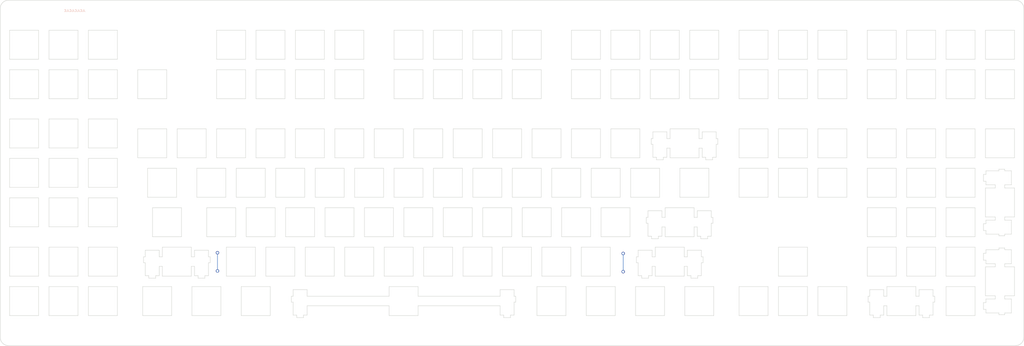
<source format=kicad_pcb>
(kicad_pcb (version 20211014) (generator pcbnew)
  (layers (0 "F.Cu" signal) (31 "B.Cu" signal) (34 "B.Paste" user) (35 "F.Paste" user) (36 "B.SilkS" user "B.Silkscreen") (37 "F.SilkS" user "F.Silkscreen") (38 "B.Mask" user) (39 "F.Mask" user) (44 "Edge.Cuts" user))
  (net 0 "")
  (footprint "" (layer "F.Cu") (at 153.91 208.1)
    (fp_text reference "")
    (fp_text value "")
  )
  (footprint "" (layer "F.Cu") (at 376.97 238.78)
    (fp_text reference "")
    (fp_text value "")
  )
  (footprint "" (layer "F.Cu") (at 376.96 82.69)
    (fp_text reference "")
    (fp_text value "")
  )
  (footprint "" (layer "F.Cu") (at 350.19 199.65)
    (fp_text reference "")
    (fp_text value "")
  )
  (footprint "" (layer "F.Cu") (at 154.17 199.3)
    (fp_text reference "")
    (fp_text value "")
  )
  (footprint "" (layer "F.Cu") (at 215.44 238.79)
    (fp_text reference "")
    (fp_text value "")
  )
  (footprint "" (layer "F.Cu") (at 349.93 208.45)
    (fp_text reference "")
    (fp_text value "")
  )
  (footprint "" (layer "F.Cu") (at 538.2 238.9)
    (fp_text reference "")
    (fp_text value "")
  )
  (footprint "" (layer "F.Cu") (at 54.34 82.43)
    (fp_text reference "")
    (fp_text value "")
  )
  (footprint "" (layer "F.Cu") (at 538.25 82.59)
    (fp_text reference "")
    (fp_text value "")
  )
  (footprint "" (layer "F.Cu") (at 215.47 82.65)
    (fp_text reference "")
    (fp_text value "")
  )
  (footprint "" (layer "F.Cu") (at 54.19 238.88)
    (fp_text reference "")
    (fp_text value "")
  )
  (gr_line (start 297.2 229.4199) (end 297.2 223.1498) (layer "Edge.Cuts") (width 0.2))
  (gr_line (start 543.179 241.70647) (end 543.048 241.99034) (layer "Edge.Cuts") (width 0.2))
  (gr_line (start 372.557 148.7496) (end 372.557 153.45) (layer "Edge.Cuts") (width 0.2))
  (gr_line (start 424.945 196.6004) (end 438.944 196.6004) (layer "Edge.Cuts") (width 0.2))
  (gr_line (start 531.456 159.7503) (end 525.187 159.7503) (layer "Edge.Cuts") (width 0.2))
  (gr_line (start 315.119 177.5504) (end 315.119 191.55) (layer "Edge.Cuts") (width 0.2))
  (gr_line (start 531.456 158.9248) (end 531.456 159.7503) (layer "Edge.Cuts") (width 0.2))
  (gr_line (start 486.858 158.5004) (end 500.856 158.5004) (layer "Edge.Cuts") (width 0.2))
  (gr_line (start 48.993694 240.8011) (end 48.956487 240.48967) (layer "Edge.Cuts") (width 0.2))
  (gr_line (start 486.858 110.8752) (end 500.856 110.8752) (layer "Edge.Cuts") (width 0.2))
  (gr_line (start 424.945 215.6505) (end 438.944 215.6505) (layer "Edge.Cuts") (width 0.2))
  (gr_line (start 357.981 124.8752) (end 343.982 124.8752) (layer "Edge.Cuts") (width 0.2))
  (gr_line (start 477.333 220.3496) (end 475.805 220.3496) (layer "Edge.Cuts") (width 0.2))
  (gr_line (start 200.819 177.5504) (end 200.819 191.55) (layer "Edge.Cuts") (width 0.2))
  (gr_line (start 387.688 198.0694) (end 380.937 198.0694) (layer "Edge.Cuts") (width 0.2))
  (gr_line (start 534.257 228.4001) (end 537.485 228.4001) (layer "Edge.Cuts") (width 0.2))
  (gr_line (start 384.175 191.55) (end 384.175 186.8496) (layer "Edge.Cuts") (width 0.2))
  (gr_line (start 117.762 229.65) (end 117.762 215.6505) (layer "Edge.Cuts") (width 0.2))
  (gr_line (start 540.417 244.065667) (end 540.11 244.1263) (layer "Edge.Cuts") (width 0.2))
  (gr_line (start 281.781 139.4502) (end 281.781 153.45) (layer "Edge.Cuts") (width 0.2))
  (gr_line (start 369.306 153.22) (end 371.031 153.22) (layer "Edge.Cuts") (width 0.2))
  (gr_line (start 105.569 91.8252) (end 105.569 105.8252) (layer "Edge.Cuts") (width 0.2))
  (gr_line (start 519.906 177.5504) (end 519.906 191.55) (layer "Edge.Cuts") (width 0.2))
  (gr_line (start 388.512 201.2998) (end 387.688 201.2998) (layer "Edge.Cuts") (width 0.2))
  (gr_line (start 343.982 153.45) (end 343.982 139.4502) (layer "Edge.Cuts") (width 0.2))
  (gr_line (start 519.906 196.6004) (end 519.906 210.6) (layer "Edge.Cuts") (width 0.2))
  (gr_line (start 272.545 210.6) (end 272.545 196.6004) (layer "Edge.Cuts") (width 0.2))
  (gr_line (start 355.887 229.65) (end 355.887 215.6505) (layer "Edge.Cuts") (width 0.2))
  (gr_line (start 86.519 186.7875) (end 72.5196 186.7875) (layer "Edge.Cuts") (width 0.2))
  (gr_line (start 319.881 139.4502) (end 319.881 153.45) (layer "Edge.Cuts") (width 0.2))
  (gr_line (start 524.958 105.8252) (end 524.958 91.8252) (layer "Edge.Cuts") (width 0.2))
  (gr_line (start 542.893 79.2102) (end 543.048 79.4842) (layer "Edge.Cuts") (width 0.2))
  (gr_line (start 224.92 191.55) (end 224.92 177.5504) (layer "Edge.Cuts") (width 0.2))
  (gr_line (start 290.451 229.4199) (end 292.176 229.4199) (layer "Edge.Cuts") (width 0.2))
  (gr_line (start 537.485 204.6) (end 537.485 197.8503) (layer "Edge.Cuts") (width 0.2))
  (gr_line (start 125.7627 201.2998) (end 125.7627 198.0694) (layer "Edge.Cuts") (width 0.2))
  (gr_line (start 391.319 172.5) (end 377.32 172.5) (layer "Edge.Cuts") (width 0.2))
  (gr_line (start 49.24863 79.7692) (end 49.379546 79.4842) (layer "Edge.Cuts") (width 0.2))
  (gr_line (start 387.426 192.5202) (end 390.725 192.5202) (layer "Edge.Cuts") (width 0.2))
  (gr_line (start 443.995 105.8252) (end 443.995 91.8252) (layer "Edge.Cuts") (width 0.2))
  (gr_line (start 186.82 177.5504) (end 200.819 177.5504) (layer "Edge.Cuts") (width 0.2))
  (gr_line (start 457.994 229.65) (end 443.995 229.65) (layer "Edge.Cuts") (width 0.2))
  (gr_line (start 424.945 124.8752) (end 424.945 110.8752) (layer "Edge.Cuts") (width 0.2))
  (gr_line (start 361.075 185.0498) (end 361.901 185.0498) (layer "Edge.Cuts") (width 0.2))
  (gr_line (start 291.306 91.8252) (end 291.306 105.8252) (layer "Edge.Cuts") (width 0.2))
  (gr_line (start 363.888 210.3699) (end 363.888 205.8996) (layer "Edge.Cuts") (width 0.2))
  (gr_line (start 388.082 140.9192) (end 388.082 144.1502) (layer "Edge.Cuts") (width 0.2))
  (gr_line (start 48.944085 81.3002) (end 48.956487 80.9862) (layer "Edge.Cuts") (width 0.2))
  (gr_line (start 539.796 244.163507) (end 539.482 244.174531) (layer "Edge.Cuts") (width 0.2))
  (gr_line (start 153.482 124.8752) (end 153.482 110.8752) (layer "Edge.Cuts") (width 0.2))
  (gr_line (start 534.257 220.125) (end 538.956 220.125) (layer "Edge.Cuts") (width 0.2))
  (gr_line (start 343.982 124.8752) (end 343.982 110.8752) (layer "Edge.Cuts") (width 0.2))
  (gr_line (start 362.163 211.5701) (end 362.163 210.3699) (layer "Edge.Cuts") (width 0.2))
  (gr_line (start 72.5196 210.6) (end 72.5196 196.6004) (layer "Edge.Cuts") (width 0.2))
  (gr_line (start 393.276 185.0498) (end 393.276 182.2498) (layer "Edge.Cuts") (width 0.2))
  (gr_line (start 543.285 80.0632) (end 543.373 80.3662) (layer "Edge.Cuts") (width 0.2))
  (gr_line (start 190.451 223.1498) (end 190.451 229.4199) (layer "Edge.Cuts") (width 0.2))
  (gr_line (start 388.082 153.22) (end 389.806 153.22) (layer "Edge.Cuts") (width 0.2))
  (gr_line (start 253.206 110.8752) (end 253.206 124.8752) (layer "Edge.Cuts") (width 0.2))
  (gr_line (start 272.256 158.5004) (end 272.256 172.5) (layer "Edge.Cuts") (width 0.2))
  (gr_line (start 387.426 191.32) (end 387.426 192.5202) (layer "Edge.Cuts") (width 0.2))
  (gr_line (start 155.575 215.6505) (end 155.575 229.65) (layer "Edge.Cuts") (width 0.2))
  (gr_line (start 141.2877 210.6) (end 141.2877 205.8996) (layer "Edge.Cuts") (width 0.2))
  (gr_line (start 368.65 182.2498) (end 368.65 179.0194) (layer "Edge.Cuts") (width 0.2))
  (gr_line (start 486.858 105.8252) (end 486.858 91.8252) (layer "Edge.Cuts") (width 0.2))
  (gr_line (start 191.582 124.8752) (end 191.582 110.8752) (layer "Edge.Cuts") (width 0.2))
  (gr_line (start 72.5196 186.7875) (end 72.5196 172.7865) (layer "Edge.Cuts") (width 0.2))
  (gr_line (start 525.187 183.5505) (end 525.187 185.2745) (layer "Edge.Cuts") (width 0.2))
  (gr_line (start 51.12828 243.740448) (end 50.85404 243.586108) (layer "Edge.Cuts") (width 0.2))
  (gr_line (start 524.958 91.8252) (end 538.956 91.8252) (layer "Edge.Cuts") (width 0.2))
  (gr_line (start 388.082 144.1502) (end 386.556 144.1502) (layer "Edge.Cuts") (width 0.2))
  (gr_line (start 475.805 224.9495) (end 477.333 224.9495) (layer "Edge.Cuts") (width 0.2))
  (gr_line (start 542.523 242.77306) (end 542.311 243.00458) (layer "Edge.Cuts") (width 0.2))
  (gr_line (start 394.832 146.9498) (end 395.657 146.9498) (layer "Edge.Cuts") (width 0.2))
  (gr_line (start 52.01022 244.065667) (end 51.70705 243.980228) (layer "Edge.Cuts") (width 0.2))
  (gr_line (start 51.12828 77.7352) (end 51.41353 77.6042) (layer "Edge.Cuts") (width 0.2))
  (gr_line (start 324.932 124.8752) (end 324.932 110.8752) (layer "Edge.Cuts") (width 0.2))
  (gr_line (start 165.387 215.6505) (end 179.388 215.6505) (layer "Edge.Cuts") (width 0.2))
  (gr_line (start 67.4691 110.8752) (end 67.4691 124.8752) (layer "Edge.Cuts") (width 0.2))
  (gr_line (start 538.956 124.8752) (end 524.958 124.8752) (layer "Edge.Cuts") (width 0.2))
  (gr_line (start 210.632 124.8752) (end 210.632 110.8752) (layer "Edge.Cuts") (width 0.2))
  (gr_line (start 500.856 177.5504) (end 500.856 191.55) (layer "Edge.Cuts") (width 0.2))
  (gr_line (start 525.187 202.8735) (end 525.187 204.6) (layer "Edge.Cuts") (width 0.2))
  (gr_line (start 538.956 220.125) (end 538.956 206.1254) (layer "Edge.Cuts") (width 0.2))
  (gr_line (start 296.069 191.55) (end 282.07 191.55) (layer "Edge.Cuts") (width 0.2))
  (gr_line (start 49.054328 80.3662) (end 49.139766 80.0632) (layer "Edge.Cuts") (width 0.2))
  (gr_line (start 239.207 110.8752) (end 253.206 110.8752) (layer "Edge.Cuts") (width 0.2))
  (gr_line (start 149.563 204.0998) (end 150.387 204.0998) (layer "Edge.Cuts") (width 0.2))
  (gr_line (start 538.956 168.0254) (end 534.257 168.0254) (layer "Edge.Cuts") (width 0.2))
  (gr_line (start 67.4691 215.6505) (end 67.4691 229.65) (layer "Edge.Cuts") (width 0.2))
  (gr_line (start 419.894 215.6505) (end 419.894 229.65) (layer "Edge.Cuts") (width 0.2))
  (gr_line (start 387.688 210.3699) (end 387.688 204.0998) (layer "Edge.Cuts") (width 0.2))
  (gr_line (start 157.956 172.5) (end 143.9572 172.5) (layer "Edge.Cuts") (width 0.2))
  (gr_line (start 105.569 215.6505) (end 105.569 229.65) (layer "Edge.Cuts") (width 0.2))
  (gr_line (start 49.90182 78.7022) (end 50.11542 78.4712) (layer "Edge.Cuts") (width 0.2))
  (gr_line (start 86.519 210.6) (end 72.5196 210.6) (layer "Edge.Cuts") (width 0.2))
  (gr_line (start 67.4691 167.7375) (end 53.4682 167.7375) (layer "Edge.Cuts") (width 0.2))
  (gr_line (start 248.732 153.45) (end 248.732 139.4502) (layer "Edge.Cuts") (width 0.2))
  (gr_line (start 205.581 153.45) (end 191.582 153.45) (layer "Edge.Cuts") (width 0.2))
  (gr_line (start 72.5196 172.7865) (end 86.519 172.7865) (layer "Edge.Cuts") (width 0.2))
  (gr_line (start 370.176 182.2498) (end 368.65 182.2498) (layer "Edge.Cuts") (width 0.2))
  (gr_line (start 525.187 204.6) (end 529.657 204.6) (layer "Edge.Cuts") (width 0.2))
  (gr_line (start 236.826 215.6505) (end 236.826 220.3496) (layer "Edge.Cuts") (width 0.2))
  (gr_line (start 540.11 244.1263) (end 539.796 244.163507) (layer "Edge.Cuts") (width 0.2))
  (gr_line (start 474.08 229.4199) (end 475.805 229.4199) (layer "Edge.Cuts") (width 0.2))
  (gr_line (start 324.932 110.8752) (end 338.931 110.8752) (layer "Edge.Cuts") (width 0.2))
  (gr_line (start 438.944 105.8252) (end 424.945 105.8252) (layer "Edge.Cuts") (width 0.2))
  (gr_line (start 543.179 79.7692) (end 543.285 80.0632) (layer "Edge.Cuts") (width 0.2))
  (gr_line (start 371.031 153.22) (end 371.031 148.7496) (layer "Edge.Cuts") (width 0.2))
  (gr_line (start 197.2 217.1195) (end 190.451 217.1195) (layer "Edge.Cuts") (width 0.2))
  (gr_line (start 393.276 182.2498) (end 392.45 182.2498) (layer "Edge.Cuts") (width 0.2))
  (gr_line (start 105.569 124.8752) (end 91.5697 124.8752) (layer "Edge.Cuts") (width 0.2))
  (gr_line (start 469.057 217.1195) (end 469.057 220.3496) (layer "Edge.Cuts") (width 0.2))
  (gr_line (start 67.4691 148.6875) (end 53.4682 148.6875) (layer "Edge.Cuts") (width 0.2))
  (gr_line (start 305.882 139.4502) (end 319.881 139.4502) (layer "Edge.Cuts") (width 0.2))
  (gr_line (start 118.1878 204.0998) (end 119.0119 204.0998) (layer "Edge.Cuts") (width 0.2))
  (gr_line (start 500.433 223.1498) (end 500.433 220.3496) (layer "Edge.Cuts") (width 0.2))
  (gr_line (start 141.5759 215.6505) (end 155.575 215.6505) (layer "Edge.Cuts") (width 0.2))
  (gr_line (start 363.626 192.5202) (end 366.925 192.5202) (layer "Edge.Cuts") (width 0.2))
  (gr_line (start 315.407 172.5) (end 315.407 158.5004) (layer "Edge.Cuts") (width 0.2))
  (gr_line (start 296.069 177.5504) (end 296.069 191.55) (layer "Edge.Cuts") (width 0.2))
  (gr_line (start 134.144 172.5) (end 120.1433 172.5) (layer "Edge.Cuts") (width 0.2))
  (gr_line (start 72.5196 167.7375) (end 72.5196 153.7365) (layer "Edge.Cuts") (width 0.2))
  (gr_line (start 365.412 196.6004) (end 365.412 201.2998) (layer "Edge.Cuts") (width 0.2))
  (gr_line (start 258.257 124.8752) (end 258.257 110.8752) (layer "Edge.Cuts") (width 0.2))
  (gr_line (start 248.444 196.6004) (end 248.444 210.6) (layer "Edge.Cuts") (width 0.2))
  (gr_line (start 343.982 91.8252) (end 357.981 91.8252) (layer "Edge.Cuts") (width 0.2))
  (gr_line (start 205.581 105.8252) (end 191.582 105.8252) (layer "Edge.Cuts") (width 0.2))
  (gr_line (start 529.657 204.6) (end 529.657 206.1254) (layer "Edge.Cuts") (width 0.2))
  (gr_line (start 525.187 159.7503) (end 525.187 161.4757) (layer "Edge.Cuts") (width 0.2))
  (gr_line (start 384.175 177.5504) (end 370.176 177.5504) (layer "Edge.Cuts") (width 0.2))
  (gr_line (start 177.295 210.6) (end 177.295 196.6004) (layer "Edge.Cuts") (width 0.2))
  (gr_line (start 467.808 158.5004) (end 481.806 158.5004) (layer "Edge.Cuts") (width 0.2))
  (gr_line (start 153.482 91.8252) (end 167.481 91.8252) (layer "Edge.Cuts") (width 0.2))
  (gr_line (start 52.94454 77.3002) (end 539.482 77.3002) (layer "Edge.Cuts") (width 0.2))
  (gr_line (start 229.394 196.6004) (end 229.394 210.6) (layer "Edge.Cuts") (width 0.2))
  (gr_line (start 295.475 229.4199) (end 297.2 229.4199) (layer "Edge.Cuts") (width 0.2))
  (gr_line (start 537.485 228.4001) (end 537.485 221.6505) (layer "Edge.Cuts") (width 0.2))
  (gr_line (start 291.306 105.8252) (end 277.307 105.8252) (layer "Edge.Cuts") (width 0.2))
  (gr_line (start 67.4691 172.7865) (end 67.4691 186.7875) (layer "Edge.Cuts") (width 0.2))
  (gr_line (start 300.831 139.4502) (end 300.831 153.45) (layer "Edge.Cuts") (width 0.2))
  (gr_line (start 468.231 220.3496) (end 468.231 223.1498) (layer "Edge.Cuts") (width 0.2))
  (gr_line (start 191.582 110.8752) (end 205.581 110.8752) (layer "Edge.Cuts") (width 0.2))
  (gr_line (start 481.806 153.45) (end 467.808 153.45) (layer "Edge.Cuts") (width 0.2))
  (gr_line (start 499.607 223.1498) (end 500.433 223.1498) (layer "Edge.Cuts") (width 0.2))
  (gr_line (start 500.856 210.6) (end 486.858 210.6) (layer "Edge.Cuts") (width 0.2))
  (gr_line (start 158.245 196.6004) (end 172.244 196.6004) (layer "Edge.Cuts") (width 0.2))
  (gr_line (start 205.87 191.55) (end 205.87 177.5504) (layer "Edge.Cuts") (width 0.2))
  (gr_line (start 505.908 153.45) (end 505.908 139.4502) (layer "Edge.Cuts") (width 0.2))
  (gr_line (start 51.70705 243.980228) (end 51.41353 243.871364) (layer "Edge.Cuts") (width 0.2))
  (gr_line (start 525.187 223.3744) (end 523.988 223.3744) (layer "Edge.Cuts") (width 0.2))
  (gr_line (start 388.082 148.7496) (end 388.082 153.22) (layer "Edge.Cuts") (width 0.2))
  (gr_line (start 357.137 198.0694) (end 357.137 201.2998) (layer "Edge.Cuts") (width 0.2))
  (gr_line (start 500.856 139.4502) (end 500.856 153.45) (layer "Edge.Cuts") (width 0.2))
  (gr_line (start 291.595 196.6004) (end 305.594 196.6004) (layer "Edge.Cuts") (width 0.2))
  (gr_line (start 366.006 154.4202) (end 369.306 154.4202) (layer "Edge.Cuts") (width 0.2))
  (gr_line (start 481.806 191.55) (end 467.808 191.55) (layer "Edge.Cuts") (width 0.2))
  (gr_line (start 163.007 158.5004) (end 177.006 158.5004) (layer "Edge.Cuts") (width 0.2))
  (gr_line (start 363.888 205.8996) (end 365.412 205.8996) (layer "Edge.Cuts") (width 0.2))
  (gr_line (start 353.507 172.5) (end 353.507 158.5004) (layer "Edge.Cuts") (width 0.2))
  (gr_line (start 357.137 204.0998) (end 357.137 210.3699) (layer "Edge.Cuts") (width 0.2))
  (gr_line (start 357.981 139.4502) (end 357.981 153.45) (layer "Edge.Cuts") (width 0.2))
  (gr_line (start 129.3815 139.4502) (end 129.3815 153.45) (layer "Edge.Cuts") (width 0.2))
  (gr_line (start 505.908 91.8252) (end 519.906 91.8252) (layer "Edge.Cuts") (width 0.2))
  (gr_line (start 540.72 77.4952) (end 541.013 77.6042) (layer "Edge.Cuts") (width 0.2))
  (gr_line (start 424.945 153.45) (end 424.945 139.4502) (layer "Edge.Cuts") (width 0.2))
  (gr_line (start 481.806 91.8252) (end 481.806 105.8252) (layer "Edge.Cuts") (width 0.2))
  (gr_line (start 538.956 206.1254) (end 534.257 206.1254) (layer "Edge.Cuts") (width 0.2))
  (gr_line (start 215.395 196.6004) (end 229.394 196.6004) (layer "Edge.Cuts") (width 0.2))
  (gr_line (start 236.826 229.65) (end 250.825 229.65) (layer "Edge.Cuts") (width 0.2))
  (gr_line (start 457.994 172.5) (end 443.995 172.5) (layer "Edge.Cuts") (width 0.2))
  (gr_line (start 91.5697 229.65) (end 91.5697 215.6505) (layer "Edge.Cuts") (width 0.2))
  (gr_line (start 438.944 210.6) (end 424.945 210.6) (layer "Edge.Cuts") (width 0.2))
  (gr_line (start 224.631 91.8252) (end 224.631 105.8252) (layer "Edge.Cuts") (width 0.2))
  (gr_line (start 53.4682 134.6862) (end 67.4691 134.6862) (layer "Edge.Cuts") (width 0.2))
  (gr_line (start 385.963 210.3699) (end 387.688 210.3699) (layer "Edge.Cuts") (width 0.2))
  (gr_line (start 86.519 153.7365) (end 86.519 167.7375) (layer "Edge.Cuts") (width 0.2))
  (gr_line (start 250.825 220.3496) (end 250.825 215.6505) (layer "Edge.Cuts") (width 0.2))
  (gr_line (start 277.307 110.8752) (end 291.306 110.8752) (layer "Edge.Cuts") (width 0.2))
  (gr_line (start 296.357 158.5004) (end 310.356 158.5004) (layer "Edge.Cuts") (width 0.2))
  (gr_line (start 382.662 211.5701) (end 385.963 211.5701) (layer "Edge.Cuts") (width 0.2))
  (gr_line (start 424.945 158.5004) (end 438.944 158.5004) (layer "Edge.Cuts") (width 0.2))
  (gr_line (start 368.65 179.0194) (end 361.901 179.0194) (layer "Edge.Cuts") (width 0.2))
  (gr_line (start 542.082 243.2168) (end 541.835 243.41247) (layer "Edge.Cuts") (width 0.2))
  (gr_line (start 296.357 110.8752) (end 310.356 110.8752) (layer "Edge.Cuts") (width 0.2))
  (gr_line (start 195.475 229.4199) (end 197.2 229.4199) (layer "Edge.Cuts") (width 0.2))
  (gr_line (start 167.481 91.8252) (end 167.481 105.8252) (layer "Edge.Cuts") (width 0.2))
  (gr_line (start 419.894 105.8252) (end 405.895 105.8252) (layer "Edge.Cuts") (width 0.2))
  (gr_line (start 50.59222 78.0632) (end 50.85404 77.8892) (layer "Edge.Cuts") (width 0.2))
  (gr_line (start 215.106 172.5) (end 201.107 172.5) (layer "Edge.Cuts") (width 0.2))
  (gr_line (start 72.5196 134.6862) (end 86.519 134.6862) (layer "Edge.Cuts") (width 0.2))
  (gr_line (start 382.082 105.8252) (end 382.082 91.8252) (layer "Edge.Cuts") (width 0.2))
  (gr_line (start 539.482 77.3002) (end 539.796 77.3122) (layer "Edge.Cuts") (width 0.2))
  (gr_line (start 119.0119 198.0694) (end 119.0119 201.2998) (layer "Edge.Cuts") (width 0.2))
  (gr_line (start 253.206 105.8252) (end 239.207 105.8252) (layer "Edge.Cuts") (width 0.2))
  (gr_line (start 186.82 191.55) (end 186.82 177.5504) (layer "Edge.Cuts") (width 0.2))
  (gr_line (start 148.7197 191.55) (end 148.7197 177.5504) (layer "Edge.Cuts") (width 0.2))
  (gr_line (start 543.433 80.6742) (end 543.472 80.9862) (layer "Edge.Cuts") (width 0.2))
  (gr_line (start 144.5372 211.5701) (end 147.8377 211.5701) (layer "Edge.Cuts") (width 0.2))
  (gr_line (start 105.569 105.8252) (end 91.5697 105.8252) (layer "Edge.Cuts") (width 0.2))
  (gr_line (start 395.657 144.1502) (end 394.832 144.1502) (layer "Edge.Cuts") (width 0.2))
  (gr_line (start 277.307 91.8252) (end 291.306 91.8252) (layer "Edge.Cuts") (width 0.2))
  (gr_line (start 391.319 158.5004) (end 391.319 172.5) (layer "Edge.Cuts") (width 0.2))
  (gr_line (start 155.575 229.65) (end 141.5759 229.65) (layer "Edge.Cuts") (width 0.2))
  (gr_line (start 181.769 177.5504) (end 181.769 191.55) (layer "Edge.Cuts") (width 0.2))
  (gr_line (start 525.187 228.4001) (end 531.456 228.4001) (layer "Edge.Cuts") (width 0.2))
  (gr_line (start 343.694 210.6) (end 329.695 210.6) (layer "Edge.Cuts") (width 0.2))
  (gr_line (start 358.862 211.5701) (end 362.163 211.5701) (layer "Edge.Cuts") (width 0.2))
  (gr_line (start 277.307 105.8252) (end 277.307 91.8252) (layer "Edge.Cuts") (width 0.2))
  (gr_line (start 301.12 191.55) (end 301.12 177.5504) (layer "Edge.Cuts") (width 0.2))
  (gr_line (start 519.906 153.45) (end 505.908 153.45) (layer "Edge.Cuts") (width 0.2))
  (gr_line (start 543.472 80.9862) (end 543.482 81.3002) (layer "Edge.Cuts") (width 0.2))
  (gr_line (start 282.07 191.55) (end 282.07 177.5504) (layer "Edge.Cuts") (width 0.2))
  (gr_line (start 167.481 124.8752) (end 153.482 124.8752) (layer "Edge.Cuts") (width 0.2))
  (gr_line (start 120.737 210.3699) (end 120.737 211.5701) (layer "Edge.Cuts") (width 0.2))
  (gr_line (start 277.307 124.8752) (end 277.307 110.8752) (layer "Edge.Cuts") (width 0.2))
  (gr_line (start 469.057 220.3496) (end 468.231 220.3496) (layer "Edge.Cuts") (width 0.2))
  (gr_line (start 190.451 217.1195) (end 190.451 220.3496) (layer "Edge.Cuts") (width 0.2))
  (gr_line (start 371.031 144.1502) (end 371.031 140.9192) (layer "Edge.Cuts") (width 0.2))
  (gr_line (start 163.007 172.5) (end 163.007 158.5004) (layer "Edge.Cuts") (width 0.2))
  (gr_line (start 224.631 124.8752) (end 210.632 124.8752) (layer "Edge.Cuts") (width 0.2))
  (gr_line (start 186.531 105.8252) (end 172.531 105.8252) (layer "Edge.Cuts") (width 0.2))
  (gr_line (start 253.206 124.8752) (end 239.207 124.8752) (layer "Edge.Cuts") (width 0.2))
  (gr_line (start 50.11542 78.4712) (end 50.34693 78.2572) (layer "Edge.Cuts") (width 0.2))
  (gr_line (start 393.106 153.22) (end 394.832 153.22) (layer "Edge.Cuts") (width 0.2))
  (gr_line (start 538.956 91.8252) (end 538.956 105.8252) (layer "Edge.Cuts") (width 0.2))
  (gr_line (start 172.531 105.8252) (end 172.531 91.8252) (layer "Edge.Cuts") (width 0.2))
  (gr_line (start 468.231 223.1498) (end 469.057 223.1498) (layer "Edge.Cuts") (width 0.2))
  (gr_line (start 277.307 172.5) (end 277.307 158.5004) (layer "Edge.Cuts") (width 0.2))
  (gr_line (start 382.082 91.8252) (end 396.081 91.8252) (layer "Edge.Cuts") (width 0.2))
  (gr_line (start 531.456 190.3001) (end 531.456 191.1256) (layer "Edge.Cuts") (width 0.2))
  (gr_line (start 443.995 158.5004) (end 457.994 158.5004) (layer "Edge.Cuts") (width 0.2))
  (gr_line (start 356.313 204.0998) (end 357.137 204.0998) (layer "Edge.Cuts") (width 0.2))
  (gr_line (start 477.333 229.65) (end 491.331 229.65) (layer "Edge.Cuts") (width 0.2))
  (gr_line (start 492.859 217.1195) (end 492.859 220.3496) (layer "Edge.Cuts") (width 0.2))
  (gr_line (start 210.344 210.6) (end 196.345 210.6) (layer "Edge.Cuts") (width 0.2))
  (gr_line (start 385.701 191.32) (end 387.426 191.32) (layer "Edge.Cuts") (width 0.2))
  (gr_line (start 505.908 177.5504) (end 519.906 177.5504) (layer "Edge.Cuts") (width 0.2))
  (gr_line (start 543.373 241.10839) (end 543.285 241.41156) (layer "Edge.Cuts") (width 0.2))
  (gr_line (start 239.207 172.5) (end 239.207 158.5004) (layer "Edge.Cuts") (width 0.2))
  (gr_line (start 119.0119 210.3699) (end 120.737 210.3699) (layer "Edge.Cuts") (width 0.2))
  (gr_line (start 236.826 220.3496) (end 197.2 220.3496) (layer "Edge.Cuts") (width 0.2))
  (gr_line (start 424.945 172.5) (end 424.945 158.5004) (layer "Edge.Cuts") (width 0.2))
  (gr_line (start 363.032 105.8252) (end 363.032 91.8252) (layer "Edge.Cuts") (width 0.2))
  (gr_line (start 105.569 172.7865) (end 105.569 186.7875) (layer "Edge.Cuts") (width 0.2))
  (gr_line (start 357.981 91.8252) (end 357.981 105.8252) (layer "Edge.Cuts") (width 0.2))
  (gr_line (start 286.832 139.4502) (end 300.831 139.4502) (layer "Edge.Cuts") (width 0.2))
  (gr_line (start 467.808 110.8752) (end 481.806 110.8752) (layer "Edge.Cuts") (width 0.2))
  (gr_line (start 366.006 153.22) (end 366.006 154.4202) (layer "Edge.Cuts") (width 0.2))
  (gr_line (start 470.782 230.6201) (end 474.08 230.6201) (layer "Edge.Cuts") (width 0.2))
  (gr_line (start 67.4691 186.7875) (end 53.4682 186.7875) (layer "Edge.Cuts") (width 0.2))
  (gr_line (start 387.688 204.0998) (end 388.512 204.0998) (layer "Edge.Cuts") (width 0.2))
  (gr_line (start 52.01022 77.4102) (end 52.3189 77.3492) (layer "Edge.Cuts") (width 0.2))
  (gr_line (start 500.856 91.8252) (end 500.856 105.8252) (layer "Edge.Cuts") (width 0.2))
  (gr_line (start 534.257 204.6) (end 537.485 204.6) (layer "Edge.Cuts") (width 0.2))
  (gr_line (start 524.958 168.0254) (end 524.958 182.025) (layer "Edge.Cuts") (width 0.2))
  (gr_line (start 491.331 224.9495) (end 492.859 224.9495) (layer "Edge.Cuts") (width 0.2))
  (gr_line (start 529.657 182.025) (end 529.657 183.5505) (layer "Edge.Cuts") (width 0.2))
  (gr_line (start 541.013 77.6042) (end 541.299 77.7352) (layer "Edge.Cuts") (width 0.2))
  (gr_line (start 50.59222 243.41247) (end 50.34693 243.2168) (layer "Edge.Cuts") (width 0.2))
  (gr_line (start 500.856 153.45) (end 486.858 153.45) (layer "Edge.Cuts") (width 0.2))
  (gr_line (start 379.701 215.6505) (end 393.7 215.6505) (layer "Edge.Cuts") (width 0.2))
  (gr_line (start 292.176 229.4199) (end 292.176 230.6201) (layer "Edge.Cuts") (width 0.2))
  (gr_line (start 467.808 139.4502) (end 481.806 139.4502) (layer "Edge.Cuts") (width 0.2))
  (gr_line (start 53.4682 105.8252) (end 53.4682 91.8252) (layer "Edge.Cuts") (width 0.2))
  (gr_line (start 361.901 191.32) (end 363.626 191.32) (layer "Edge.Cuts") (width 0.2))
  (gr_line (start 481.806 139.4502) (end 481.806 153.45) (layer "Edge.Cuts") (width 0.2))
  (gr_line (start 392.45 182.2498) (end 392.45 179.0194) (layer "Edge.Cuts") (width 0.2))
  (gr_line (start 457.994 139.4502) (end 457.994 153.45) (layer "Edge.Cuts") (width 0.2))
  (gr_line (start 523.988 161.4757) (end 523.988 164.7746) (layer "Edge.Cuts") (width 0.2))
  (gr_line (start 353.507 158.5004) (end 367.506 158.5004) (layer "Edge.Cuts") (width 0.2))
  (gr_line (start 486.858 153.45) (end 486.858 139.4502) (layer "Edge.Cuts") (width 0.2))
  (gr_line (start 541.574 77.8892) (end 541.835 78.0632) (layer "Edge.Cuts") (width 0.2))
  (gr_line (start 201.107 172.5) (end 201.107 158.5004) (layer "Edge.Cuts") (width 0.2))
  (gr_line (start 529.657 168.0254) (end 524.958 168.0254) (layer "Edge.Cuts") (width 0.2))
  (gr_line (start 534.257 182.025) (end 538.956 182.025) (layer "Edge.Cuts") (width 0.2))
  (gr_line (start 67.4691 153.7365) (end 67.4691 167.7375) (layer "Edge.Cuts") (width 0.2))
  (gr_line (start 286.544 210.6) (end 272.545 210.6) (layer "Edge.Cuts") (width 0.2))
  (gr_line (start 49.24863 241.70647) (end 49.139766 241.41156) (layer "Edge.Cuts") (width 0.2))
  (gr_line (start 215.106 158.5004) (end 215.106 172.5) (layer "Edge.Cuts") (width 0.2))
  (gr_line (start 282.07 177.5504) (end 296.069 177.5504) (layer "Edge.Cuts") (width 0.2))
  (gr_line (start 405.895 229.65) (end 405.895 215.6505) (layer "Edge.Cuts") (width 0.2))
  (gr_line (start 305.594 196.6004) (end 305.594 210.6) (layer "Edge.Cuts") (width 0.2))
  (gr_line (start 369.888 229.65) (end 355.887 229.65) (layer "Edge.Cuts") (width 0.2))
  (gr_line (start 243.681 153.45) (end 229.682 153.45) (layer "Edge.Cuts") (width 0.2))
  (gr_line (start 229.394 210.6) (end 215.395 210.6) (layer "Edge.Cuts") (width 0.2))
  (gr_line (start 105.569 229.65) (end 91.5697 229.65) (layer "Edge.Cuts") (width 0.2))
  (gr_line (start 540.72 243.980228) (end 540.417 244.065667) (layer "Edge.Cuts") (width 0.2))
  (gr_line (start 262.731 139.4502) (end 262.731 153.45) (layer "Edge.Cuts") (width 0.2))
  (gr_line (start 396.081 124.8752) (end 382.082 124.8752) (layer "Edge.Cuts") (width 0.2))
  (gr_line (start 186.531 153.45) (end 172.531 153.45) (layer "Edge.Cuts") (width 0.2))
  (gr_line (start 157.956 158.5004) (end 157.956 172.5) (layer "Edge.Cuts") (width 0.2))
  (gr_line (start 248.444 210.6) (end 234.445 210.6) (layer "Edge.Cuts") (width 0.2))
  (gr_line (start 250.825 224.9495) (end 290.451 224.9495) (layer "Edge.Cuts") (width 0.2))
  (gr_line (start 363.457 144.1502) (end 363.457 146.9498) (layer "Edge.Cuts") (width 0.2))
  (gr_line (start 419.894 158.5004) (end 419.894 172.5) (layer "Edge.Cuts") (width 0.2))
  (gr_line (start 380.937 201.2998) (end 379.413 201.2998) (layer "Edge.Cuts") (width 0.2))
  (gr_line (start 419.894 153.45) (end 405.895 153.45) (layer "Edge.Cuts") (width 0.2))
  (gr_line (start 529.657 221.6505) (end 525.187 221.6505) (layer "Edge.Cuts") (width 0.2))
  (gr_line (start 67.4691 134.6862) (end 67.4691 148.6875) (layer "Edge.Cuts") (width 0.2))
  (gr_line (start 542.082 78.2572) (end 542.311 78.4712) (layer "Edge.Cuts") (width 0.2))
  (gr_line (start 519.906 139.4502) (end 519.906 153.45) (layer "Edge.Cuts") (width 0.2))
  (gr_line (start 52.94454 244.175909) (end 52.63035 244.163507) (layer "Edge.Cuts") (width 0.2))
  (gr_line (start 53.4682 110.8752) (end 67.4691 110.8752) (layer "Edge.Cuts") (width 0.2))
  (gr_line (start 215.395 210.6) (end 215.395 196.6004) (layer "Edge.Cuts") (width 0.2))
  (gr_line (start 519.906 158.5004) (end 519.906 172.5) (layer "Edge.Cuts") (width 0.2))
  (gr_line (start 267.494 196.6004) (end 267.494 210.6) (layer "Edge.Cuts") (width 0.2))
  (gr_line (start 524.958 124.8752) (end 524.958 110.8752) (layer "Edge.Cuts") (width 0.2))
  (gr_line (start 253.495 210.6) (end 253.495 196.6004) (layer "Edge.Cuts") (width 0.2))
  (gr_line (start 91.5697 134.6862) (end 105.569 134.6862) (layer "Edge.Cuts") (width 0.2))
  (gr_line (start 153.482 153.45) (end 153.482 139.4502) (layer "Edge.Cuts") (width 0.2))
  (gr_line (start 405.895 172.5) (end 405.895 158.5004) (layer "Edge.Cuts") (width 0.2))
  (gr_line (start 49.533886 242.26457) (end 49.379546 241.99034) (layer "Edge.Cuts") (width 0.2))
  (gr_line (start 144.5372 210.3699) (end 144.5372 211.5701) (layer "Edge.Cuts") (width 0.2))
  (gr_line (start 525.187 197.8503) (end 525.187 199.5757) (layer "Edge.Cuts") (width 0.2))
  (gr_line (start 334.457 158.5004) (end 348.456 158.5004) (layer "Edge.Cuts") (width 0.2))
  (gr_line (start 129.3815 124.8752) (end 115.3822 124.8752) (layer "Edge.Cuts") (width 0.2))
  (gr_line (start 525.187 221.6505) (end 525.187 223.3744) (layer "Edge.Cuts") (width 0.2))
  (gr_line (start 357.137 210.3699) (end 358.862 210.3699) (layer "Edge.Cuts") (width 0.2))
  (gr_line (start 372.557 153.45) (end 386.556 153.45) (layer "Edge.Cuts") (width 0.2))
  (gr_line (start 310.356 105.8252) (end 296.357 105.8252) (layer "Edge.Cuts") (width 0.2))
  (gr_line (start 196.056 172.5) (end 182.057 172.5) (layer "Edge.Cuts") (width 0.2))
  (gr_line (start 172.531 91.8252) (end 186.531 91.8252) (layer "Edge.Cuts") (width 0.2))
  (gr_line (start 158.245 210.6) (end 158.245 196.6004) (layer "Edge.Cuts") (width 0.2))
  (gr_line (start 519.906 105.8252) (end 505.908 105.8252) (layer "Edge.Cuts") (width 0.2))
  (gr_line (start 186.531 91.8252) (end 186.531 105.8252) (layer "Edge.Cuts") (width 0.2))
  (gr_line (start 86.519 196.6004) (end 86.519 210.6) (layer "Edge.Cuts") (width 0.2))
  (gr_line (start 86.519 110.8752) (end 86.519 124.8752) (layer "Edge.Cuts") (width 0.2))
  (gr_line (start 481.806 210.6) (end 467.808 210.6) (layer "Edge.Cuts") (width 0.2))
  (gr_line (start 519.906 172.5) (end 505.908 172.5) (layer "Edge.Cuts") (width 0.2))
  (gr_line (start 393.7 229.65) (end 379.701 229.65) (layer "Edge.Cuts") (width 0.2))
  (gr_line (start 523.988 164.7746) (end 525.187 164.7746) (layer "Edge.Cuts") (width 0.2))
  (gr_line (start 72.5196 124.8752) (end 72.5196 110.8752) (layer "Edge.Cuts") (width 0.2))
  (gr_line (start 290.451 220.3496) (end 250.825 220.3496) (layer "Edge.Cuts") (width 0.2))
  (gr_line (start 334.169 191.55) (end 320.17 191.55) (layer "Edge.Cuts") (width 0.2))
  (gr_line (start 386.556 139.4502) (end 372.557 139.4502) (layer "Edge.Cuts") (width 0.2))
  (gr_line (start 148.4315 153.45) (end 134.4322 153.45) (layer "Edge.Cuts") (width 0.2))
  (gr_line (start 534.257 197.0248) (end 531.456 197.0248) (layer "Edge.Cuts") (width 0.2))
  (gr_line (start 291.306 124.8752) (end 277.307 124.8752) (layer "Edge.Cuts") (width 0.2))
  (gr_line (start 172.531 124.8752) (end 172.531 110.8752) (layer "Edge.Cuts") (width 0.2))
  (gr_line (start 205.581 139.4502) (end 205.581 153.45) (layer "Edge.Cuts") (width 0.2))
  (gr_line (start 543.373 80.3662) (end 543.433 80.6742) (layer "Edge.Cuts") (width 0.2))
  (gr_line (start 500.856 124.8752) (end 486.858 124.8752) (layer "Edge.Cuts") (width 0.2))
  (gr_line (start 363.032 110.8752) (end 377.031 110.8752) (layer "Edge.Cuts") (width 0.2))
  (gr_line (start 72.5196 110.8752) (end 86.519 110.8752) (layer "Edge.Cuts") (width 0.2))
  (gr_line (start 131.7627 215.6505) (end 131.7627 229.65) (layer "Edge.Cuts") (width 0.2))
  (gr_line (start 363.457 146.9498) (end 364.282 146.9498) (layer "Edge.Cuts") (width 0.2))
  (gr_line (start 297.2 217.1195) (end 290.451 217.1195) (layer "Edge.Cuts") (width 0.2))
  (gr_line (start 195.475 230.6201) (end 195.475 229.4199) (layer "Edge.Cuts") (width 0.2))
  (gr_line (start 119.0119 204.0998) (end 119.0119 210.3699) (layer "Edge.Cuts") (width 0.2))
  (gr_line (start 469.057 229.4199) (end 470.782 229.4199) (layer "Edge.Cuts") (width 0.2))
  (gr_line (start 394.832 153.22) (end 394.832 146.9498) (layer "Edge.Cuts") (width 0.2))
  (gr_line (start 125.7627 210.3699) (end 125.7627 205.8996) (layer "Edge.Cuts") (width 0.2))
  (gr_line (start 210.344 196.6004) (end 210.344 210.6) (layer "Edge.Cuts") (width 0.2))
  (gr_line (start 519.906 229.65) (end 505.908 229.65) (layer "Edge.Cuts") (width 0.2))
  (gr_line (start 236.826 224.9495) (end 236.826 229.65) (layer "Edge.Cuts") (width 0.2))
  (gr_line (start 389.806 153.22) (end 389.806 154.4202) (layer "Edge.Cuts") (width 0.2))
  (gr_line (start 364.282 140.9192) (end 364.282 144.1502) (layer "Edge.Cuts") (width 0.2))
  (gr_line (start 542.72 242.5264) (end 542.523 242.77306) (layer "Edge.Cuts") (width 0.2))
  (gr_line (start 531.456 228.4001) (end 531.456 229.2256) (layer "Edge.Cuts") (width 0.2))
  (gr_line (start 534.257 197.8503) (end 534.257 197.0248) (layer "Edge.Cuts") (width 0.2))
  (gr_line (start 142.8121 205.8996) (end 142.8121 210.3699) (layer "Edge.Cuts") (width 0.2))
  (gr_line (start 50.34693 78.2572) (end 50.59222 78.0632) (layer "Edge.Cuts") (width 0.2))
  (gr_line (start 322.263 215.6505) (end 322.263 229.65) (layer "Edge.Cuts") (width 0.2))
  (gr_line (start 542.893 242.26457) (end 542.72 242.5264) (layer "Edge.Cuts") (width 0.2))
  (gr_line (start 167.481 139.4502) (end 167.481 153.45) (layer "Edge.Cuts") (width 0.2))
  (gr_line (start 339.22 177.5504) (end 353.219 177.5504) (layer "Edge.Cuts") (width 0.2))
  (gr_line (start 286.544 196.6004) (end 286.544 210.6) (layer "Edge.Cuts") (width 0.2))
  (gr_line (start 363.032 91.8252) (end 377.031 91.8252) (layer "Edge.Cuts") (width 0.2))
  (gr_line (start 49.054328 241.10839) (end 48.993694 240.8011) (layer "Edge.Cuts") (width 0.2))
  (gr_line (start 543.048 241.99034) (end 542.893 242.26457) (layer "Edge.Cuts") (width 0.2))
  (gr_line (start 324.932 153.45) (end 324.932 139.4502) (layer "Edge.Cuts") (width 0.2))
  (gr_line (start 224.631 139.4502) (end 224.631 153.45) (layer "Edge.Cuts") (width 0.2))
  (gr_line (start 543.482 81.3002) (end 543.482 240.17545) (layer "Edge.Cuts") (width 0.2))
  (gr_line (start 361.901 185.0498) (end 361.901 191.32) (layer "Edge.Cuts") (width 0.2))
  (gr_line (start 205.581 110.8752) (end 205.581 124.8752) (layer "Edge.Cuts") (width 0.2))
  (gr_line (start 534.257 166.5) (end 537.485 166.5) (layer "Edge.Cuts") (width 0.2))
  (gr_line (start 500.856 196.6004) (end 500.856 210.6) (layer "Edge.Cuts") (width 0.2))
  (gr_line (start 475.805 217.1195) (end 469.057 217.1195) (layer "Edge.Cuts") (width 0.2))
  (gr_line (start 531.456 197.0248) (end 531.456 197.8503) (layer "Edge.Cuts") (width 0.2))
  (gr_line (start 523.988 223.3744) (end 523.988 226.6748) (layer "Edge.Cuts") (width 0.2))
  (gr_line (start 239.207 105.8252) (end 239.207 91.8252) (layer "Edge.Cuts") (width 0.2))
  (gr_line (start 239.207 91.8252) (end 253.206 91.8252) (layer "Edge.Cuts") (width 0.2))
  (gr_line (start 424.945 110.8752) (end 438.944 110.8752) (layer "Edge.Cuts") (width 0.2))
  (gr_line (start 67.4691 196.6004) (end 67.4691 210.6) (layer "Edge.Cuts") (width 0.2))
  (gr_line (start 346.075 215.6505) (end 346.075 229.65) (layer "Edge.Cuts") (width 0.2))
  (gr_line (start 243.97 191.55) (end 243.97 177.5504) (layer "Edge.Cuts") (width 0.2))
  (gr_line (start 196.345 196.6004) (end 210.344 196.6004) (layer "Edge.Cuts") (width 0.2))
  (gr_line (start 523.988 199.5757) (end 523.988 202.8735) (layer "Edge.Cuts") (width 0.2))
  (gr_line (start 115.3822 110.8752) (end 129.3815 110.8752) (layer "Edge.Cuts") (width 0.2))
  (gr_line (start 263.02 177.5504) (end 277.019 177.5504) (layer "Edge.Cuts") (width 0.2))
  (gr_line (start 238.919 177.5504) (end 238.919 191.55) (layer "Edge.Cuts") (width 0.2))
  (gr_line (start 356.313 201.2998) (end 356.313 204.0998) (layer "Edge.Cuts") (width 0.2))
  (gr_line (start 334.457 172.5) (end 334.457 158.5004) (layer "Edge.Cuts") (width 0.2))
  (gr_line (start 366.925 192.5202) (end 366.925 191.32) (layer "Edge.Cuts") (width 0.2))
  (gr_line (start 91.5697 124.8752) (end 91.5697 110.8752) (layer "Edge.Cuts") (width 0.2))
  (gr_line (start 396.081 91.8252) (end 396.081 105.8252) (layer "Edge.Cuts") (width 0.2))
  (gr_line (start 332.076 229.65) (end 332.076 215.6505) (layer "Edge.Cuts") (width 0.2))
  (gr_line (start 315.119 191.55) (end 301.12 191.55) (layer "Edge.Cuts") (width 0.2))
  (gr_line (start 467.808 196.6004) (end 481.806 196.6004) (layer "Edge.Cuts") (width 0.2))
  (gr_line (start 541.835 243.41247) (end 541.574 243.586108) (layer "Edge.Cuts") (width 0.2))
  (gr_line (start 419.894 139.4502) (end 419.894 153.45) (layer "Edge.Cuts") (width 0.2))
  (gr_line (start 405.895 105.8252) (end 405.895 91.8252) (layer "Edge.Cuts") (width 0.2))
  (gr_line (start 243.97 177.5504) (end 257.969 177.5504) (layer "Edge.Cuts") (width 0.2))
  (gr_line (start 239.207 158.5004) (end 253.206 158.5004) (layer "Edge.Cuts") (width 0.2))
  (gr_line (start 343.982 110.8752) (end 357.981 110.8752) (layer "Edge.Cuts") (width 0.2))
  (gr_line (start 486.858 177.5504) (end 500.856 177.5504) (layer "Edge.Cuts") (width 0.2))
  (gr_line (start 172.244 210.6) (end 158.245 210.6) (layer "Edge.Cuts") (width 0.2))
  (gr_line (start 467.808 172.5) (end 467.808 158.5004) (layer "Edge.Cuts") (width 0.2))
  (gr_line (start 538.956 105.8252) (end 524.958 105.8252) (layer "Edge.Cuts") (width 0.2))
  (gr_line (start 367.506 158.5004) (end 367.506 172.5) (layer "Edge.Cuts") (width 0.2))
  (gr_line (start 443.995 215.6505) (end 457.994 215.6505) (layer "Edge.Cuts") (width 0.2))
  (gr_line (start 210.632 110.8752) (end 224.631 110.8752) (layer "Edge.Cuts") (width 0.2))
  (gr_line (start 385.701 182.2498) (end 384.175 182.2498) (layer "Edge.Cuts") (width 0.2))
  (gr_line (start 542.72 78.9472) (end 542.893 79.2102) (layer "Edge.Cuts") (width 0.2))
  (gr_line (start 272.256 124.8752) (end 258.257 124.8752) (layer "Edge.Cuts") (width 0.2))
  (gr_line (start 369.888 215.6505) (end 369.888 229.65) (layer "Edge.Cuts") (width 0.2))
  (gr_line (start 205.581 91.8252) (end 205.581 105.8252) (layer "Edge.Cuts") (width 0.2))
  (gr_line (start 469.057 223.1498) (end 469.057 229.4199) (layer "Edge.Cuts") (width 0.2))
  (gr_line (start 457.994 91.8252) (end 457.994 105.8252) (layer "Edge.Cuts") (width 0.2))
  (gr_line (start 53.4682 215.6505) (end 67.4691 215.6505) (layer "Edge.Cuts") (width 0.2))
  (gr_line (start 500.856 110.8752) (end 500.856 124.8752) (layer "Edge.Cuts") (width 0.2))
  (gr_line (start 377.031 91.8252) (end 377.031 105.8252) (layer "Edge.Cuts") (width 0.2))
  (gr_line (start 467.808 153.45) (end 467.808 139.4502) (layer "Edge.Cuts") (width 0.2))
  (gr_line (start 72.5196 215.6505) (end 86.519 215.6505) (layer "Edge.Cuts") (width 0.2))
  (gr_line (start 542.523 78.7022) (end 542.72 78.9472) (layer "Edge.Cuts") (width 0.2))
  (gr_line (start 538.956 110.8752) (end 538.956 124.8752) (layer "Edge.Cuts") (width 0.2))
  (gr_line (start 67.4691 105.8252) (end 53.4682 105.8252) (layer "Edge.Cuts") (width 0.2))
  (gr_line (start 386.556 153.45) (end 386.556 148.7496) (layer "Edge.Cuts") (width 0.2))
  (gr_line (start 500.856 191.55) (end 486.858 191.55) (layer "Edge.Cuts") (width 0.2))
  (gr_line (start 120.1433 158.5004) (end 134.144 158.5004) (layer "Edge.Cuts") (width 0.2))
  (gr_line (start 368.65 191.32) (end 368.65 186.8496) (layer "Edge.Cuts") (width 0.2))
  (gr_line (start 91.5697 153.7365) (end 105.569 153.7365) (layer "Edge.Cuts") (width 0.2))
  (gr_line (start 141.2877 196.6004) (end 127.287 196.6004) (layer "Edge.Cuts") (width 0.2))
  (gr_line (start 486.858 172.5) (end 486.858 158.5004) (layer "Edge.Cuts") (width 0.2))
  (gr_line (start 248.732 139.4502) (end 262.731 139.4502) (layer "Edge.Cuts") (width 0.2))
  (gr_line (start 53.4682 91.8252) (end 67.4691 91.8252) (layer "Edge.Cuts") (width 0.2))
  (gr_line (start 481.806 196.6004) (end 481.806 210.6) (layer "Edge.Cuts") (width 0.2))
  (gr_line (start 380.937 198.0694) (end 380.937 201.2998) (layer "Edge.Cuts") (width 0.2))
  (gr_line (start 467.808 105.8252) (end 467.808 91.8252) (layer "Edge.Cuts") (width 0.2))
  (gr_line (start 250.825 229.65) (end 250.825 224.9495) (layer "Edge.Cuts") (width 0.2))
  (gr_line (start 120.1433 172.5) (end 120.1433 158.5004) (layer "Edge.Cuts") (width 0.2))
  (gr_line (start 357.981 110.8752) (end 357.981 124.8752) (layer "Edge.Cuts") (width 0.2))
  (gr_line (start 91.5697 210.6) (end 91.5697 196.6004) (layer "Edge.Cuts") (width 0.2))
  (gr_line (start 419.894 110.8752) (end 419.894 124.8752) (layer "Edge.Cuts") (width 0.2))
  (gr_line (start 405.895 124.8752) (end 405.895 110.8752) (layer "Edge.Cuts") (width 0.2))
  (gr_line (start 272.256 91.8252) (end 272.256 105.8252) (layer "Edge.Cuts") (width 0.2))
  (gr_line (start 167.481 153.45) (end 153.482 153.45) (layer "Edge.Cuts") (width 0.2))
  (gr_line (start 524.958 220.125) (end 529.657 220.125) (layer "Edge.Cuts") (width 0.2))
  (gr_line (start 386.556 144.1502) (end 386.556 139.4502) (layer "Edge.Cuts") (width 0.2))
  (gr_line (start 475.805 229.4199) (end 475.805 224.9495) (layer "Edge.Cuts") (width 0.2))
  (gr_line (start 500.856 158.5004) (end 500.856 172.5) (layer "Edge.Cuts") (width 0.2))
  (gr_line (start 438.944 229.65) (end 424.945 229.65) (layer "Edge.Cuts") (width 0.2))
  (gr_line (start 363.032 124.8752) (end 363.032 110.8752) (layer "Edge.Cuts") (width 0.2))
  (gr_line (start 491.331 229.65) (end 491.331 224.9495) (layer "Edge.Cuts") (width 0.2))
  (gr_line (start 365.412 201.2998) (end 363.888 201.2998) (layer "Edge.Cuts") (width 0.2))
  (gr_line (start 72.5196 153.7365) (end 86.519 153.7365) (layer "Edge.Cuts") (width 0.2))
  (gr_line (start 290.451 224.9495) (end 290.451 229.4199) (layer "Edge.Cuts") (width 0.2))
  (gr_line (start 125.7627 205.8996) (end 127.287 205.8996) (layer "Edge.Cuts") (width 0.2))
  (gr_line (start 210.632 105.8252) (end 210.632 91.8252) (layer "Edge.Cuts") (width 0.2))
  (gr_line (start 127.287 210.6) (end 141.2877 210.6) (layer "Edge.Cuts") (width 0.2))
  (gr_line (start 338.931 91.8252) (end 338.931 105.8252) (layer "Edge.Cuts") (width 0.2))
  (gr_line (start 190.451 229.4199) (end 192.176 229.4199) (layer "Edge.Cuts") (width 0.2))
  (gr_line (start 481.806 158.5004) (end 481.806 172.5) (layer "Edge.Cuts") (width 0.2))
  (gr_line (start 124.0376 211.5701) (end 124.0376 210.3699) (layer "Edge.Cuts") (width 0.2))
  (gr_line (start 457.994 110.8752) (end 457.994 124.8752) (layer "Edge.Cuts") (width 0.2))
  (gr_line (start 150.387 204.0998) (end 150.387 201.2998) (layer "Edge.Cuts") (width 0.2))
  (gr_line (start 390.725 191.32) (end 392.45 191.32) (layer "Edge.Cuts") (width 0.2))
  (gr_line (start 191.294 196.6004) (end 191.294 210.6) (layer "Edge.Cuts") (width 0.2))
  (gr_line (start 48.993694 80.6742) (end 49.054328 80.3662) (layer "Edge.Cuts") (width 0.2))
  (gr_line (start 149.563 201.2998) (end 149.563 198.0694) (layer "Edge.Cuts") (width 0.2))
  (gr_line (start 481.806 124.8752) (end 467.808 124.8752) (layer "Edge.Cuts") (width 0.2))
  (gr_line (start 49.379546 79.4842) (end 49.533886 79.2102) (layer "Edge.Cuts") (width 0.2))
  (gr_line (start 179.388 229.65) (end 165.387 229.65) (layer "Edge.Cuts") (width 0.2))
  (gr_line (start 541.013 243.871364) (end 540.72 243.980228) (layer "Edge.Cuts") (width 0.2))
  (gr_line (start 305.882 153.45) (end 305.882 139.4502) (layer "Edge.Cuts") (width 0.2))
  (gr_line (start 220.157 158.5004) (end 234.156 158.5004) (layer "Edge.Cuts") (width 0.2))
  (gr_line (start 467.808 91.8252) (end 481.806 91.8252) (layer "Edge.Cuts") (width 0.2))
  (gr_line (start 210.632 139.4502) (end 224.631 139.4502) (layer "Edge.Cuts") (width 0.2))
  (gr_line (start 191.582 105.8252) (end 191.582 91.8252) (layer "Edge.Cuts") (width 0.2))
  (gr_line (start 534.257 206.1254) (end 534.257 204.6) (layer "Edge.Cuts") (width 0.2))
  (gr_line (start 197.2 224.9495) (end 236.826 224.9495) (layer "Edge.Cuts") (width 0.2))
  (gr_line (start 529.657 220.125) (end 529.657 221.6505) (layer "Edge.Cuts") (width 0.2))
  (gr_line (start 51.41353 243.871364) (end 51.12828 243.740448) (layer "Edge.Cuts") (width 0.2))
  (gr_line (start 405.895 215.6505) (end 419.894 215.6505) (layer "Edge.Cuts") (width 0.2))
  (gr_line (start 457.994 153.45) (end 443.995 153.45) (layer "Edge.Cuts") (width 0.2))
  (gr_line (start 181.769 191.55) (end 167.77 191.55) (layer "Edge.Cuts") (width 0.2))
  (gr_line (start 310.356 91.8252) (end 310.356 105.8252) (layer "Edge.Cuts") (width 0.2))
  (gr_line (start 125.7627 198.0694) (end 119.0119 198.0694) (layer "Edge.Cuts") (width 0.2))
  (gr_line (start 172.531 139.4502) (end 186.531 139.4502) (layer "Edge.Cuts") (width 0.2))
  (gr_line (start 177.006 158.5004) (end 177.006 172.5) (layer "Edge.Cuts") (width 0.2))
  (gr_line (start 343.694 196.6004) (end 343.694 210.6) (layer "Edge.Cuts") (width 0.2))
  (gr_line (start 72.5196 91.8252) (end 86.519 91.8252) (layer "Edge.Cuts") (width 0.2))
  (gr_line (start 329.406 158.5004) (end 329.406 172.5) (layer "Edge.Cuts") (width 0.2))
  (gr_line (start 148.7197 177.5504) (end 162.719 177.5504) (layer "Edge.Cuts") (width 0.2))
  (gr_line (start 105.569 134.6862) (end 105.569 148.6875) (layer "Edge.Cuts") (width 0.2))
  (gr_line (start 136.5252 191.55) (end 122.5259 191.55) (layer "Edge.Cuts") (width 0.2))
  (gr_line (start 505.908 124.8752) (end 505.908 110.8752) (layer "Edge.Cuts") (width 0.2))
  (gr_line (start 379.413 201.2998) (end 379.413 196.6004) (layer "Edge.Cuts") (width 0.2))
  (gr_line (start 424.945 229.65) (end 424.945 215.6505) (layer "Edge.Cuts") (width 0.2))
  (gr_line (start 272.256 105.8252) (end 258.257 105.8252) (layer "Edge.Cuts") (width 0.2))
  (gr_line (start 386.556 148.7496) (end 388.082 148.7496) (layer "Edge.Cuts") (width 0.2))
  (gr_line (start 524.958 110.8752) (end 538.956 110.8752) (layer "Edge.Cuts") (width 0.2))
  (gr_line (start 291.595 210.6) (end 291.595 196.6004) (layer "Edge.Cuts") (width 0.2))
  (gr_line (start 105.569 110.8752) (end 105.569 124.8752) (layer "Edge.Cuts") (width 0.2))
  (gr_line (start 385.963 211.5701) (end 385.963 210.3699) (layer "Edge.Cuts") (width 0.2))
  (gr_line (start 361.901 179.0194) (end 361.901 182.2498) (layer "Edge.Cuts") (width 0.2))
  (gr_line (start 499.607 217.1195) (end 492.859 217.1195) (layer "Edge.Cuts") (width 0.2))
  (gr_line (start 470.782 229.4199) (end 470.782 230.6201) (layer "Edge.Cuts") (width 0.2))
  (gr_line (start 131.7627 229.65) (end 117.762 229.65) (layer "Edge.Cuts") (width 0.2))
  (gr_line (start 296.357 91.8252) (end 310.356 91.8252) (layer "Edge.Cuts") (width 0.2))
  (gr_line (start 53.4682 153.7365) (end 67.4691 153.7365) (layer "Edge.Cuts") (width 0.2))
  (gr_line (start 186.531 139.4502) (end 186.531 153.45) (layer "Edge.Cuts") (width 0.2))
  (gr_line (start 357.137 201.2998) (end 356.313 201.2998) (layer "Edge.Cuts") (width 0.2))
  (gr_line (start 50.85404 243.586108) (end 50.59222 243.41247) (layer "Edge.Cuts") (width 0.2))
  (gr_line (start 531.456 229.2256) (end 534.257 229.2256) (layer "Edge.Cuts") (width 0.2))
  (gr_line (start 250.825 215.6505) (end 236.826 215.6505) (layer "Edge.Cuts") (width 0.2))
  (gr_line (start 234.156 158.5004) (end 234.156 172.5) (layer "Edge.Cuts") (width 0.2))
  (gr_line (start 477.333 224.9495) (end 477.333 229.65) (layer "Edge.Cuts") (width 0.2))
  (gr_line (start 67.4691 91.8252) (end 67.4691 105.8252) (layer "Edge.Cuts") (width 0.2))
  (gr_line (start 382.082 110.8752) (end 396.081 110.8752) (layer "Edge.Cuts") (width 0.2))
  (gr_line (start 263.02 191.55) (end 263.02 177.5504) (layer "Edge.Cuts") (width 0.2))
  (gr_line (start 486.858 191.55) (end 486.858 177.5504) (layer "Edge.Cuts") (width 0.2))
  (gr_line (start 438.944 153.45) (end 424.945 153.45) (layer "Edge.Cuts") (width 0.2))
  (gr_line (start 537.485 190.3001) (end 537.485 183.5505) (layer "Edge.Cuts") (width 0.2))
  (gr_line (start 267.782 153.45) (end 267.782 139.4502) (layer "Edge.Cuts") (width 0.2))
  (gr_line (start 438.944 91.8252) (end 438.944 105.8252) (layer "Edge.Cuts") (width 0.2))
  (gr_line (start 332.076 215.6505) (end 346.075 215.6505) (layer "Edge.Cuts") (width 0.2))
  (gr_line (start 277.019 191.55) (end 263.02 191.55) (layer "Edge.Cuts") (width 0.2))
  (gr_line (start 531.456 191.1256) (end 534.257 191.1256) (layer "Edge.Cuts") (width 0.2))
  (gr_line (start 529.657 166.5) (end 529.657 168.0254) (layer "Edge.Cuts") (width 0.2))
  (gr_line (start 363.888 198.0694) (end 357.137 198.0694) (layer "Edge.Cuts") (width 0.2))
  (gr_line (start 329.695 210.6) (end 329.695 196.6004) (layer "Edge.Cuts") (width 0.2))
  (gr_line (start 243.681 139.4502) (end 243.681 153.45) (layer "Edge.Cuts") (width 0.2))
  (gr_line (start 201.107 158.5004) (end 215.106 158.5004) (layer "Edge.Cuts") (width 0.2))
  (gr_line (start 189.625 223.1498) (end 190.451 223.1498) (layer "Edge.Cuts") (width 0.2))
  (gr_line (start 267.494 210.6) (end 253.495 210.6) (layer "Edge.Cuts") (width 0.2))
  (gr_line (start 371.031 140.9192) (end 364.282 140.9192) (layer "Edge.Cuts") (width 0.2))
  (gr_line (start 234.156 172.5) (end 220.157 172.5) (layer "Edge.Cuts") (width 0.2))
  (gr_line (start 387.688 201.2998) (end 387.688 198.0694) (layer "Edge.Cuts") (width 0.2))
  (gr_line (start 172.531 153.45) (end 172.531 139.4502) (layer "Edge.Cuts") (width 0.2))
  (gr_line (start 443.995 91.8252) (end 457.994 91.8252) (layer "Edge.Cuts") (width 0.2))
  (gr_line (start 52.63035 77.3122) (end 52.94454 77.3002) (layer "Edge.Cuts") (width 0.2))
  (gr_line (start 105.569 148.6875) (end 91.5697 148.6875) (layer "Edge.Cuts") (width 0.2))
  (gr_line (start 369.306 154.4202) (end 369.306 153.22) (layer "Edge.Cuts") (width 0.2))
  (gr_line (start 105.569 167.7375) (end 91.5697 167.7375) (layer "Edge.Cuts") (width 0.2))
  (gr_line (start 443.995 229.65) (end 443.995 215.6505) (layer "Edge.Cuts") (width 0.2))
  (gr_line (start 72.5196 148.6875) (end 72.5196 134.6862) (layer "Edge.Cuts") (width 0.2))
  (gr_line (start 457.994 158.5004) (end 457.994 172.5) (layer "Edge.Cuts") (width 0.2))
  (gr_line (start 505.908 210.6) (end 505.908 196.6004) (layer "Edge.Cuts") (width 0.2))
  (gr_line (start 91.5697 91.8252) (end 105.569 91.8252) (layer "Edge.Cuts") (width 0.2))
  (gr_line (start 338.931 124.8752) (end 324.932 124.8752) (layer "Edge.Cuts") (width 0.2))
  (gr_line (start 541.835 78.0632) (end 542.082 78.2572) (layer "Edge.Cuts") (width 0.2))
  (gr_line (start 258.257 105.8252) (end 258.257 91.8252) (layer "Edge.Cuts") (width 0.2))
  (gr_line (start 537.485 166.5) (end 537.485 159.7503) (layer "Edge.Cuts") (width 0.2))
  (gr_line (start 189.625 220.3496) (end 189.625 223.1498) (layer "Edge.Cuts") (width 0.2))
  (gr_line (start 153.482 105.8252) (end 153.482 91.8252) (layer "Edge.Cuts") (width 0.2))
  (gr_line (start 177.006 172.5) (end 163.007 172.5) (layer "Edge.Cuts") (width 0.2))
  (gr_line (start 525.187 188.5747) (end 525.187 190.3001) (layer "Edge.Cuts") (width 0.2))
  (gr_line (start 124.0376 210.3699) (end 125.7627 210.3699) (layer "Edge.Cuts") (width 0.2))
  (gr_line (start 541.299 243.740448) (end 541.013 243.871364) (layer "Edge.Cuts") (width 0.2))
  (gr_line (start 186.531 110.8752) (end 186.531 124.8752) (layer "Edge.Cuts") (width 0.2))
  (gr_line (start 519.906 91.8252) (end 519.906 105.8252) (layer "Edge.Cuts") (width 0.2))
  (gr_line (start 134.144 158.5004) (end 134.144 172.5) (layer "Edge.Cuts") (width 0.2))
  (gr_line (start 537.485 197.8503) (end 534.257 197.8503) (layer "Edge.Cuts") (width 0.2))
  (gr_line (start 525.187 185.2745) (end 523.988 185.2745) (layer "Edge.Cuts") (width 0.2))
  (gr_line (start 91.5697 196.6004) (end 105.569 196.6004) (layer "Edge.Cuts") (width 0.2))
  (gr_line (start 143.9572 158.5004) (end 157.956 158.5004) (layer "Edge.Cuts") (width 0.2))
  (gr_line (start 257.969 177.5504) (end 257.969 191.55) (layer "Edge.Cuts") (width 0.2))
  (gr_line (start 348.456 158.5004) (end 348.456 172.5) (layer "Edge.Cuts") (width 0.2))
  (gr_line (start 524.958 153.45) (end 524.958 139.4502) (layer "Edge.Cuts") (width 0.2))
  (gr_line (start 534.257 183.5505) (end 534.257 182.025) (layer "Edge.Cuts") (width 0.2))
  (gr_line (start 298.026 223.1498) (end 298.026 220.3496) (layer "Edge.Cuts") (width 0.2))
  (gr_line (start 147.8377 210.3699) (end 149.563 210.3699) (layer "Edge.Cuts") (width 0.2))
  (gr_line (start 364.282 144.1502) (end 363.457 144.1502) (layer "Edge.Cuts") (width 0.2))
  (gr_line (start 481.806 177.5504) (end 481.806 191.55) (layer "Edge.Cuts") (width 0.2))
  (gr_line (start 438.944 110.8752) (end 438.944 124.8752) (layer "Edge.Cuts") (width 0.2))
  (gr_line (start 49.90182 242.77306) (end 49.707516 242.5264) (layer "Edge.Cuts") (width 0.2))
  (gr_line (start 524.958 206.1254) (end 524.958 220.125) (layer "Edge.Cuts") (width 0.2))
  (gr_line (start 305.594 210.6) (end 291.595 210.6) (layer "Edge.Cuts") (width 0.2))
  (gr_line (start 52.3189 77.3492) (end 52.63035 77.3122) (layer "Edge.Cuts") (width 0.2))
  (gr_line (start 543.433 240.8011) (end 543.373 241.10839) (layer "Edge.Cuts") (width 0.2))
  (gr_line (start 182.057 158.5004) (end 196.056 158.5004) (layer "Edge.Cuts") (width 0.2))
  (gr_line (start 424.945 91.8252) (end 438.944 91.8252) (layer "Edge.Cuts") (width 0.2))
  (gr_line (start 297.2 220.3496) (end 297.2 217.1195) (layer "Edge.Cuts") (width 0.2))
  (gr_line (start 191.582 139.4502) (end 205.581 139.4502) (layer "Edge.Cuts") (width 0.2))
  (gr_line (start 134.4322 139.4502) (end 148.4315 139.4502) (layer "Edge.Cuts") (width 0.2))
  (gr_line (start 384.175 182.2498) (end 384.175 177.5504) (layer "Edge.Cuts") (width 0.2))
  (gr_line (start 308.262 229.65) (end 308.262 215.6505) (layer "Edge.Cuts") (width 0.2))
  (gr_line (start 49.707516 242.5264) (end 49.533886 242.26457) (layer "Edge.Cuts") (width 0.2))
  (gr_line (start 50.85404 77.8892) (end 51.12828 77.7352) (layer "Edge.Cuts") (width 0.2))
  (gr_line (start 338.931 139.4502) (end 338.931 153.45) (layer "Edge.Cuts") (width 0.2))
  (gr_line (start 424.945 139.4502) (end 438.944 139.4502) (layer "Edge.Cuts") (width 0.2))
  (gr_line (start 377.031 105.8252) (end 363.032 105.8252) (layer "Edge.Cuts") (width 0.2))
  (gr_line (start 127.287 201.2998) (end 125.7627 201.2998) (layer "Edge.Cuts") (width 0.2))
  (gr_line (start 491.331 215.6505) (end 477.333 215.6505) (layer "Edge.Cuts") (width 0.2))
  (gr_line (start 72.5196 229.65) (end 72.5196 215.6505) (layer "Edge.Cuts") (width 0.2))
  (gr_line (start 525.187 190.3001) (end 531.456 190.3001) (layer "Edge.Cuts") (width 0.2))
  (gr_line (start 486.858 210.6) (end 486.858 196.6004) (layer "Edge.Cuts") (width 0.2))
  (gr_line (start 467.808 124.8752) (end 467.808 110.8752) (layer "Edge.Cuts") (width 0.2))
  (gr_line (start 141.5759 229.65) (end 141.5759 215.6505) (layer "Edge.Cuts") (width 0.2))
  (gr_line (start 234.445 210.6) (end 234.445 196.6004) (layer "Edge.Cuts") (width 0.2))
  (gr_line (start 191.294 210.6) (end 177.295 210.6) (layer "Edge.Cuts") (width 0.2))
  (gr_line (start 72.5196 196.6004) (end 86.519 196.6004) (layer "Edge.Cuts") (width 0.2))
  (gr_line (start 474.08 230.6201) (end 474.08 229.4199) (layer "Edge.Cuts") (width 0.2))
  (gr_line (start 91.5697 110.8752) (end 105.569 110.8752) (layer "Edge.Cuts") (width 0.2))
  (gr_line (start 53.4682 167.7375) (end 53.4682 153.7365) (layer "Edge.Cuts") (width 0.2))
  (gr_line (start 310.356 124.8752) (end 296.357 124.8752) (layer "Edge.Cuts") (width 0.2))
  (gr_line (start 419.894 229.65) (end 405.895 229.65) (layer "Edge.Cuts") (width 0.2))
  (gr_line (start 379.413 196.6004) (end 365.412 196.6004) (layer "Edge.Cuts") (width 0.2))
  (gr_line (start 319.881 153.45) (end 305.882 153.45) (layer "Edge.Cuts") (width 0.2))
  (gr_line (start 424.945 105.8252) (end 424.945 91.8252) (layer "Edge.Cuts") (width 0.2))
  (gr_line (start 300.831 153.45) (end 286.832 153.45) (layer "Edge.Cuts") (width 0.2))
  (gr_line (start 142.8121 201.2998) (end 141.2877 201.2998) (layer "Edge.Cuts") (width 0.2))
  (gr_line (start 505.908 196.6004) (end 519.906 196.6004) (layer "Edge.Cuts") (width 0.2))
  (gr_line (start 51.41353 77.6042) (end 51.70705 77.4952) (layer "Edge.Cuts") (width 0.2))
  (gr_line (start 162.719 177.5504) (end 162.719 191.55) (layer "Edge.Cuts") (width 0.2))
  (gr_line (start 457.994 105.8252) (end 443.995 105.8252) (layer "Edge.Cuts") (width 0.2))
  (gr_line (start 51.70705 77.4952) (end 52.01022 77.4102) (layer "Edge.Cuts") (width 0.2))
  (gr_line (start 394.832 140.9192) (end 388.082 140.9192) (layer "Edge.Cuts") (width 0.2))
  (gr_line (start 224.631 105.8252) (end 210.632 105.8252) (layer "Edge.Cuts") (width 0.2))
  (gr_line (start 343.982 139.4502) (end 357.981 139.4502) (layer "Edge.Cuts") (width 0.2))
  (gr_line (start 127.287 205.8996) (end 127.287 210.6) (layer "Edge.Cuts") (width 0.2))
  (gr_line (start 258.257 158.5004) (end 272.256 158.5004) (layer "Edge.Cuts") (width 0.2))
  (gr_line (start 405.895 139.4502) (end 419.894 139.4502) (layer "Edge.Cuts") (width 0.2))
  (gr_line (start 191.582 153.45) (end 191.582 139.4502) (layer "Edge.Cuts") (width 0.2))
  (gr_line (start 86.519 91.8252) (end 86.519 105.8252) (layer "Edge.Cuts") (width 0.2))
  (gr_line (start 141.2877 201.2998) (end 141.2877 196.6004) (layer "Edge.Cuts") (width 0.2))
  (gr_line (start 540.11 77.3492) (end 540.417 77.4102) (layer "Edge.Cuts") (width 0.2))
  (gr_line (start 49.139766 241.41156) (end 49.054328 241.10839) (layer "Edge.Cuts") (width 0.2))
  (gr_line (start 525.187 166.5) (end 529.657 166.5) (layer "Edge.Cuts") (width 0.2))
  (gr_line (start 86.519 105.8252) (end 72.5196 105.8252) (layer "Edge.Cuts") (width 0.2))
  (gr_line (start 537.485 221.6505) (end 534.257 221.6505) (layer "Edge.Cuts") (width 0.2))
  (gr_line (start 219.869 191.55) (end 205.87 191.55) (layer "Edge.Cuts") (width 0.2))
  (gr_line (start 457.994 215.6505) (end 457.994 229.65) (layer "Edge.Cuts") (width 0.2))
  (gr_line (start 497.882 230.6201) (end 497.882 229.4199) (layer "Edge.Cuts") (width 0.2))
  (gr_line (start 105.569 153.7365) (end 105.569 167.7375) (layer "Edge.Cuts") (width 0.2))
  (gr_line (start 53.4682 172.7865) (end 67.4691 172.7865) (layer "Edge.Cuts") (width 0.2))
  (gr_line (start 371.031 148.7496) (end 372.557 148.7496) (layer "Edge.Cuts") (width 0.2))
  (gr_line (start 481.806 105.8252) (end 467.808 105.8252) (layer "Edge.Cuts") (width 0.2))
  (gr_line (start 339.22 191.55) (end 339.22 177.5504) (layer "Edge.Cuts") (width 0.2))
  (gr_line (start 523.988 185.2745) (end 523.988 188.5747) (layer "Edge.Cuts") (width 0.2))
  (gr_line (start 543.048 79.4842) (end 543.179 79.7692) (layer "Edge.Cuts") (width 0.2))
  (gr_line (start 324.932 91.8252) (end 338.931 91.8252) (layer "Edge.Cuts") (width 0.2))
  (gr_line (start 86.519 172.7865) (end 86.519 186.7875) (layer "Edge.Cuts") (width 0.2))
  (gr_line (start 362.163 210.3699) (end 363.888 210.3699) (layer "Edge.Cuts") (width 0.2))
  (gr_line (start 524.958 182.025) (end 529.657 182.025) (layer "Edge.Cuts") (width 0.2))
  (gr_line (start 48.956487 80.9862) (end 48.993694 80.6742) (layer "Edge.Cuts") (width 0.2))
  (gr_line (start 129.3815 110.8752) (end 129.3815 124.8752) (layer "Edge.Cuts") (width 0.2))
  (gr_line (start 505.908 215.6505) (end 519.906 215.6505) (layer "Edge.Cuts") (width 0.2))
  (gr_line (start 310.645 196.6004) (end 324.644 196.6004) (layer "Edge.Cuts") (width 0.2))
  (gr_line (start 91.5697 167.7375) (end 91.5697 153.7365) (layer "Edge.Cuts") (width 0.2))
  (gr_line (start 541.574 243.586108) (end 541.299 243.740448) (layer "Edge.Cuts") (width 0.2))
  (gr_line (start 366.925 191.32) (end 368.65 191.32) (layer "Edge.Cuts") (width 0.2))
  (gr_line (start 523.988 226.6748) (end 525.187 226.6748) (layer "Edge.Cuts") (width 0.2))
  (gr_line (start 253.206 158.5004) (end 253.206 172.5) (layer "Edge.Cuts") (width 0.2))
  (gr_line (start 392.45 179.0194) (end 385.701 179.0194) (layer "Edge.Cuts") (width 0.2))
  (gr_line (start 525.187 161.4757) (end 523.988 161.4757) (layer "Edge.Cuts") (width 0.2))
  (gr_line (start 197.2 229.4199) (end 197.2 224.9495) (layer "Edge.Cuts") (width 0.2))
  (gr_line (start 153.482 139.4502) (end 167.481 139.4502) (layer "Edge.Cuts") (width 0.2))
  (gr_line (start 53.4682 196.6004) (end 67.4691 196.6004) (layer "Edge.Cuts") (width 0.2))
  (gr_line (start 49.533886 79.2102) (end 49.707516 78.9472) (layer "Edge.Cuts") (width 0.2))
  (gr_line (start 52.3189 244.1263) (end 52.01022 244.065667) (layer "Edge.Cuts") (width 0.2))
  (gr_line (start 353.219 191.55) (end 339.22 191.55) (layer "Edge.Cuts") (width 0.2))
  (gr_line (start 505.908 229.65) (end 505.908 215.6505) (layer "Edge.Cuts") (width 0.2))
  (gr_line (start 486.858 196.6004) (end 500.856 196.6004) (layer "Edge.Cuts") (width 0.2))
  (gr_line (start 281.781 153.45) (end 267.782 153.45) (layer "Edge.Cuts") (width 0.2))
  (gr_line (start 134.4322 153.45) (end 134.4322 139.4502) (layer "Edge.Cuts") (width 0.2))
  (gr_line (start 519.906 110.8752) (end 519.906 124.8752) (layer "Edge.Cuts") (width 0.2))
  (gr_line (start 370.176 191.55) (end 384.175 191.55) (layer "Edge.Cuts") (width 0.2))
  (gr_line (start 290.451 217.1195) (end 290.451 220.3496) (layer "Edge.Cuts") (width 0.2))
  (gr_line (start 394.832 144.1502) (end 394.832 140.9192) (layer "Edge.Cuts") (width 0.2))
  (gr_line (start 322.263 229.65) (end 308.262 229.65) (layer "Edge.Cuts") (width 0.2))
  (gr_line (start 385.701 186.8496) (end 385.701 191.32) (layer "Edge.Cuts") (width 0.2))
  (gr_line (start 86.519 167.7375) (end 72.5196 167.7375) (layer "Edge.Cuts") (width 0.2))
  (gr_line (start 492.859 229.4199) (end 494.58 229.4199) (layer "Edge.Cuts") (width 0.2))
  (gr_line (start 191.582 91.8252) (end 205.581 91.8252) (layer "Edge.Cuts") (width 0.2))
  (gr_line (start 167.77 177.5504) (end 181.769 177.5504) (layer "Edge.Cuts") (width 0.2))
  (gr_line (start 239.207 124.8752) (end 239.207 110.8752) (layer "Edge.Cuts") (width 0.2))
  (gr_line (start 505.908 191.55) (end 505.908 177.5504) (layer "Edge.Cuts") (width 0.2))
  (gr_line (start 525.187 199.5757) (end 523.988 199.5757) (layer "Edge.Cuts") (width 0.2))
  (gr_line (start 477.333 215.6505) (end 477.333 220.3496) (layer "Edge.Cuts") (width 0.2))
  (gr_line (start 205.581 124.8752) (end 191.582 124.8752) (layer "Edge.Cuts") (width 0.2))
  (gr_line (start 382.662 210.3699) (end 382.662 211.5701) (layer "Edge.Cuts") (width 0.2))
  (gr_line (start 190.451 220.3496) (end 189.625 220.3496) (layer "Edge.Cuts") (width 0.2))
  (gr_line (start 505.908 172.5) (end 505.908 158.5004) (layer "Edge.Cuts") (width 0.2))
  (gr_line (start 405.895 158.5004) (end 419.894 158.5004) (layer "Edge.Cuts") (width 0.2))
  (gr_line (start 324.932 105.8252) (end 324.932 91.8252) (layer "Edge.Cuts") (width 0.2))
  (gr_line (start 167.481 105.8252) (end 153.482 105.8252) (layer "Edge.Cuts") (width 0.2))
  (gr_line (start 505.908 139.4502) (end 519.906 139.4502) (layer "Edge.Cuts") (width 0.2))
  (gr_line (start 380.937 210.3699) (end 382.662 210.3699) (layer "Edge.Cuts") (width 0.2))
  (gr_line (start 192.176 230.6201) (end 195.475 230.6201) (layer "Edge.Cuts") (width 0.2))
  (gr_line (start 298.026 220.3496) (end 297.2 220.3496) (layer "Edge.Cuts") (width 0.2))
  (gr_line (start 384.175 186.8496) (end 385.701 186.8496) (layer "Edge.Cuts") (width 0.2))
  (gr_line (start 197.2 220.3496) (end 197.2 217.1195) (layer "Edge.Cuts") (width 0.2))
  (gr_line (start 272.256 172.5) (end 258.257 172.5) (layer "Edge.Cuts") (width 0.2))
  (gr_line (start 147.8377 211.5701) (end 147.8377 210.3699) (layer "Edge.Cuts") (width 0.2))
  (gr_line (start 196.345 210.6) (end 196.345 196.6004) (layer "Edge.Cuts") (width 0.2))
  (gr_line (start 320.17 177.5504) (end 334.169 177.5504) (layer "Edge.Cuts") (width 0.2))
  (gr_line (start 475.805 220.3496) (end 475.805 217.1195) (layer "Edge.Cuts") (width 0.2))
  (gr_line (start 310.645 210.6) (end 310.645 196.6004) (layer "Edge.Cuts") (width 0.2))
  (gr_line (start 542.311 78.4712) (end 542.523 78.7022) (layer "Edge.Cuts") (width 0.2))
  (gr_line (start 486.858 139.4502) (end 500.856 139.4502) (layer "Edge.Cuts") (width 0.2))
  (gr_line (start 172.244 196.6004) (end 172.244 210.6) (layer "Edge.Cuts") (width 0.2))
  (gr_line (start 543.285 241.41156) (end 543.179 241.70647) (layer "Edge.Cuts") (width 0.2))
  (gr_line (start 329.695 196.6004) (end 343.694 196.6004) (layer "Edge.Cuts") (width 0.2))
  (gr_line (start 364.282 146.9498) (end 364.282 153.22) (layer "Edge.Cuts") (width 0.2))
  (gr_line (start 499.607 220.3496) (end 499.607 217.1195) (layer "Edge.Cuts") (width 0.2))
  (gr_line (start 540.417 77.4102) (end 540.72 77.4952) (layer "Edge.Cuts") (width 0.2))
  (gr_line (start 308.262 215.6505) (end 322.263 215.6505) (layer "Edge.Cuts") (width 0.2))
  (gr_line (start 438.944 158.5004) (end 438.944 172.5) (layer "Edge.Cuts") (width 0.2))
  (gr_line (start 534.257 158.9248) (end 531.456 158.9248) (layer "Edge.Cuts") (width 0.2))
  (gr_line (start 497.882 229.4199) (end 499.607 229.4199) (layer "Edge.Cuts") (width 0.2))
  (gr_line (start 229.682 153.45) (end 229.682 139.4502) (layer "Edge.Cuts") (width 0.2))
  (gr_line (start 205.87 177.5504) (end 219.869 177.5504) (layer "Edge.Cuts") (width 0.2))
  (gr_line (start 348.456 172.5) (end 334.457 172.5) (layer "Edge.Cuts") (width 0.2))
  (gr_line (start 53.4682 186.7875) (end 53.4682 172.7865) (layer "Edge.Cuts") (width 0.2))
  (gr_line (start 379.701 229.65) (end 379.701 215.6505) (layer "Edge.Cuts") (width 0.2))
  (gr_line (start 142.8121 210.3699) (end 144.5372 210.3699) (layer "Edge.Cuts") (width 0.2))
  (gr_line (start 49.379546 241.99034) (end 49.24863 241.70647) (layer "Edge.Cuts") (width 0.2))
  (gr_line (start 296.357 124.8752) (end 296.357 110.8752) (layer "Edge.Cuts") (width 0.2))
  (gr_line (start 368.65 186.8496) (end 370.176 186.8496) (layer "Edge.Cuts") (width 0.2))
  (gr_line (start 219.869 177.5504) (end 219.869 191.55) (layer "Edge.Cuts") (width 0.2))
  (gr_line (start 153.482 110.8752) (end 167.481 110.8752) (layer "Edge.Cuts") (width 0.2))
  (gr_line (start 529.657 206.1254) (end 524.958 206.1254) (layer "Edge.Cuts") (width 0.2))
  (gr_line (start 542.311 243.00458) (end 542.082 243.2168) (layer "Edge.Cuts") (width 0.2))
  (gr_line (start 141.2877 205.8996) (end 142.8121 205.8996) (layer "Edge.Cuts") (width 0.2))
  (gr_line (start 499.607 229.4199) (end 499.607 223.1498) (layer "Edge.Cuts") (width 0.2))
  (gr_line (start 343.982 105.8252) (end 343.982 91.8252) (layer "Edge.Cuts") (width 0.2))
  (gr_line (start 115.3822 139.4502) (end 129.3815 139.4502) (layer "Edge.Cuts") (width 0.2))
  (gr_line (start 229.682 139.4502) (end 243.681 139.4502) (layer "Edge.Cuts") (width 0.2))
  (gr_line (start 296.357 105.8252) (end 296.357 91.8252) (layer "Edge.Cuts") (width 0.2))
  (gr_line (start 182.057 172.5) (end 182.057 158.5004) (layer "Edge.Cuts") (width 0.2))
  (gr_line (start 519.906 191.55) (end 505.908 191.55) (layer "Edge.Cuts") (width 0.2))
  (gr_line (start 491.331 220.3496) (end 491.331 215.6505) (layer "Edge.Cuts") (width 0.2))
  (gr_line (start 523.988 188.5747) (end 525.187 188.5747) (layer "Edge.Cuts") (width 0.2))
  (gr_line (start 379.413 205.8996) (end 380.937 205.8996) (layer "Edge.Cuts") (width 0.2))
  (gr_line (start 377.32 172.5) (end 377.32 158.5004) (layer "Edge.Cuts") (width 0.2))
  (gr_line (start 127.287 196.6004) (end 127.287 201.2998) (layer "Edge.Cuts") (width 0.2))
  (gr_line (start 438.944 215.6505) (end 438.944 229.65) (layer "Edge.Cuts") (width 0.2))
  (gr_line (start 385.701 179.0194) (end 385.701 182.2498) (layer "Edge.Cuts") (width 0.2))
  (gr_line (start 396.081 105.8252) (end 382.082 105.8252) (layer "Edge.Cuts") (width 0.2))
  (gr_line (start 388.512 204.0998) (end 388.512 201.2998) (layer "Edge.Cuts") (width 0.2))
  (gr_line (start 531.456 197.8503) (end 525.187 197.8503) (layer "Edge.Cuts") (width 0.2))
  (gr_line (start 377.32 158.5004) (end 391.319 158.5004) (layer "Edge.Cuts") (width 0.2))
  (gr_line (start 234.445 196.6004) (end 248.444 196.6004) (layer "Edge.Cuts") (width 0.2))
  (gr_line (start 310.356 172.5) (end 296.357 172.5) (layer "Edge.Cuts") (width 0.2))
  (gr_line (start 292.176 230.6201) (end 295.475 230.6201) (layer "Edge.Cuts") (width 0.2))
  (gr_line (start 419.894 91.8252) (end 419.894 105.8252) (layer "Edge.Cuts") (width 0.2))
  (gr_line (start 67.4691 124.8752) (end 53.4682 124.8752) (layer "Edge.Cuts") (width 0.2))
  (gr_line (start 529.657 183.5505) (end 525.187 183.5505) (layer "Edge.Cuts") (width 0.2))
  (gr_line (start 253.206 172.5) (end 239.207 172.5) (layer "Edge.Cuts") (width 0.2))
  (gr_line (start 481.806 110.8752) (end 481.806 124.8752) (layer "Edge.Cuts") (width 0.2))
  (gr_line (start 148.4315 139.4502) (end 148.4315 153.45) (layer "Edge.Cuts") (width 0.2))
  (gr_line (start 377.031 124.8752) (end 363.032 124.8752) (layer "Edge.Cuts") (width 0.2))
  (gr_line (start 86.519 229.65) (end 72.5196 229.65) (layer "Edge.Cuts") (width 0.2))
  (gr_line (start 537.485 159.7503) (end 534.257 159.7503) (layer "Edge.Cuts") (width 0.2))
  (gr_line (start 372.557 144.1502) (end 371.031 144.1502) (layer "Edge.Cuts") (width 0.2))
  (gr_line (start 357.981 105.8252) (end 343.982 105.8252) (layer "Edge.Cuts") (width 0.2))
  (gr_line (start 50.11542 243.00458) (end 49.90182 242.77306) (layer "Edge.Cuts") (width 0.2))
  (gr_line (start 438.944 196.6004) (end 438.944 210.6) (layer "Edge.Cuts") (width 0.2))
  (gr_line (start 393.106 154.4202) (end 393.106 153.22) (layer "Edge.Cuts") (width 0.2))
  (gr_line (start 525.187 226.6748) (end 525.187 228.4001) (layer "Edge.Cuts") (width 0.2))
  (gr_line (start 365.412 210.6) (end 379.413 210.6) (layer "Edge.Cuts") (width 0.2))
  (gr_line (start 210.632 153.45) (end 210.632 139.4502) (layer "Edge.Cuts") (width 0.2))
  (gr_line (start 534.257 168.0254) (end 534.257 166.5) (layer "Edge.Cuts") (width 0.2))
  (gr_line (start 505.908 110.8752) (end 519.906 110.8752) (layer "Edge.Cuts") (width 0.2))
  (gr_line (start 119.0119 201.2998) (end 118.1878 201.2998) (layer "Edge.Cuts") (width 0.2))
  (gr_line (start 365.412 205.8996) (end 365.412 210.6) (layer "Edge.Cuts") (width 0.2))
  (gr_line (start 405.895 110.8752) (end 419.894 110.8752) (layer "Edge.Cuts") (width 0.2))
  (gr_line (start 48.956487 240.48967) (end 48.944085 240.17545) (layer "Edge.Cuts") (width 0.2))
  (gr_line (start 338.931 153.45) (end 324.932 153.45) (layer "Edge.Cuts") (width 0.2))
  (gr_line (start 372.557 139.4502) (end 372.557 144.1502) (layer "Edge.Cuts") (width 0.2))
  (gr_line (start 136.5252 177.5504) (end 136.5252 191.55) (layer "Edge.Cuts") (width 0.2))
  (gr_line (start 48.944085 240.17545) (end 48.944085 81.3002) (layer "Edge.Cuts") (width 0.2))
  (gr_line (start 392.45 185.0498) (end 393.276 185.0498) (layer "Edge.Cuts") (width 0.2))
  (gr_line (start 167.481 110.8752) (end 167.481 124.8752) (layer "Edge.Cuts") (width 0.2))
  (gr_line (start 272.545 196.6004) (end 286.544 196.6004) (layer "Edge.Cuts") (width 0.2))
  (gr_line (start 117.762 215.6505) (end 131.7627 215.6505) (layer "Edge.Cuts") (width 0.2))
  (gr_line (start 291.306 158.5004) (end 291.306 172.5) (layer "Edge.Cuts") (width 0.2))
  (gr_line (start 346.075 229.65) (end 332.076 229.65) (layer "Edge.Cuts") (width 0.2))
  (gr_line (start 538.956 153.45) (end 524.958 153.45) (layer "Edge.Cuts") (width 0.2))
  (gr_line (start 192.176 229.4199) (end 192.176 230.6201) (layer "Edge.Cuts") (width 0.2))
  (gr_line (start 91.5697 172.7865) (end 105.569 172.7865) (layer "Edge.Cuts") (width 0.2))
  (gr_line (start 296.357 172.5) (end 296.357 158.5004) (layer "Edge.Cuts") (width 0.2))
  (gr_line (start 500.433 220.3496) (end 499.607 220.3496) (layer "Edge.Cuts") (width 0.2))
  (gr_line (start 379.413 210.6) (end 379.413 205.8996) (layer "Edge.Cuts") (width 0.2))
  (gr_line (start 443.995 139.4502) (end 457.994 139.4502) (layer "Edge.Cuts") (width 0.2))
  (gr_line (start 91.5697 148.6875) (end 91.5697 134.6862) (layer "Edge.Cuts") (width 0.2))
  (gr_line (start 286.832 153.45) (end 286.832 139.4502) (layer "Edge.Cuts") (width 0.2))
  (gr_line (start 277.019 177.5504) (end 277.019 191.55) (layer "Edge.Cuts") (width 0.2))
  (gr_line (start 363.888 201.2998) (end 363.888 198.0694) (layer "Edge.Cuts") (width 0.2))
  (gr_line (start 494.58 230.6201) (end 497.882 230.6201) (layer "Edge.Cuts") (width 0.2))
  (gr_line (start 364.282 153.22) (end 366.006 153.22) (layer "Edge.Cuts") (width 0.2))
  (gr_line (start 438.944 139.4502) (end 438.944 153.45) (layer "Edge.Cuts") (width 0.2))
  (gr_line (start 353.219 177.5504) (end 353.219 191.55) (layer "Edge.Cuts") (width 0.2))
  (gr_line (start 142.8121 198.0694) (end 142.8121 201.2998) (layer "Edge.Cuts") (width 0.2))
  (gr_line (start 200.819 191.55) (end 186.82 191.55) (layer "Edge.Cuts") (width 0.2))
  (gr_line (start 524.958 139.4502) (end 538.956 139.4502) (layer "Edge.Cuts") (width 0.2))
  (gr_line (start 115.3822 153.45) (end 115.3822 139.4502) (layer "Edge.Cuts") (width 0.2))
  (gr_line (start 543.482 240.17545) (end 543.472 240.48967) (layer "Edge.Cuts") (width 0.2))
  (gr_line (start 196.056 158.5004) (end 196.056 172.5) (layer "Edge.Cuts") (width 0.2))
  (gr_line (start 67.4691 229.65) (end 53.4682 229.65) (layer "Edge.Cuts") (width 0.2))
  (gr_line (start 338.931 110.8752) (end 338.931 124.8752) (layer "Edge.Cuts") (width 0.2))
  (gr_line (start 338.931 105.8252) (end 324.932 105.8252) (layer "Edge.Cuts") (width 0.2))
  (gr_line (start 519.906 210.6) (end 505.908 210.6) (layer "Edge.Cuts") (width 0.2))
  (gr_line (start 389.806 154.4202) (end 393.106 154.4202) (layer "Edge.Cuts") (width 0.2))
  (gr_line (start 49.139766 80.0632) (end 49.24863 79.7692) (layer "Edge.Cuts") (width 0.2))
  (gr_line (start 486.858 124.8752) (end 486.858 110.8752) (layer "Edge.Cuts") (width 0.2))
  (gr_line (start 539.482 244.174531) (end 52.94454 244.175909) (layer "Edge.Cuts") (width 0.2))
  (gr_line (start 355.887 215.6505) (end 369.888 215.6505) (layer "Edge.Cuts") (width 0.2))
  (gr_line (start 115.3822 124.8752) (end 115.3822 110.8752) (layer "Edge.Cuts") (width 0.2))
  (gr_line (start 486.858 91.8252) (end 500.856 91.8252) (layer "Edge.Cuts") (width 0.2))
  (gr_line (start 165.387 229.65) (end 165.387 215.6505) (layer "Edge.Cuts") (width 0.2))
  (gr_line (start 492.859 224.9495) (end 492.859 229.4199) (layer "Edge.Cuts") (width 0.2))
  (gr_line (start 253.206 91.8252) (end 253.206 105.8252) (layer "Edge.Cuts") (width 0.2))
  (gr_line (start 220.157 172.5) (end 220.157 158.5004) (layer "Edge.Cuts") (width 0.2))
  (gr_line (start 53.4682 148.6875) (end 53.4682 134.6862) (layer "Edge.Cuts") (width 0.2))
  (gr_line (start 390.725 192.5202) (end 390.725 191.32) (layer "Edge.Cuts") (width 0.2))
  (gr_line (start 543.472 240.48967) (end 543.433 240.8011) (layer "Edge.Cuts") (width 0.2))
  (gr_line (start 149.563 198.0694) (end 142.8121 198.0694) (layer "Edge.Cuts") (width 0.2))
  (gr_line (start 105.569 186.7875) (end 91.5697 186.7875) (layer "Edge.Cuts") (width 0.2))
  (gr_line (start 443.995 153.45) (end 443.995 139.4502) (layer "Edge.Cuts") (width 0.2))
  (gr_line (start 122.5259 191.55) (end 122.5259 177.5504) (layer "Edge.Cuts") (width 0.2))
  (gr_line (start 492.859 220.3496) (end 491.331 220.3496) (layer "Edge.Cuts") (width 0.2))
  (gr_line (start 541.299 77.7352) (end 541.574 77.8892) (layer "Edge.Cuts") (width 0.2))
  (gr_line (start 91.5697 105.8252) (end 91.5697 91.8252) (layer "Edge.Cuts") (width 0.2))
  (gr_line (start 396.081 110.8752) (end 396.081 124.8752) (layer "Edge.Cuts") (width 0.2))
  (gr_line (start 167.77 191.55) (end 167.77 177.5504) (layer "Edge.Cuts") (width 0.2))
  (gr_line (start 382.082 124.8752) (end 382.082 110.8752) (layer "Edge.Cuts") (width 0.2))
  (gr_line (start 253.495 196.6004) (end 267.494 196.6004) (layer "Edge.Cuts") (width 0.2))
  (gr_line (start 149.563 210.3699) (end 149.563 204.0998) (layer "Edge.Cuts") (width 0.2))
  (gr_line (start 262.731 153.45) (end 248.732 153.45) (layer "Edge.Cuts") (width 0.2))
  (gr_line (start 523.988 202.8735) (end 525.187 202.8735) (layer "Edge.Cuts") (width 0.2))
  (gr_line (start 534.257 229.2256) (end 534.257 228.4001) (layer "Edge.Cuts") (width 0.2))
  (gr_line (start 67.4691 210.6) (end 53.4682 210.6) (layer "Edge.Cuts") (width 0.2))
  (gr_line (start 53.4682 229.65) (end 53.4682 215.6505) (layer "Edge.Cuts") (width 0.2))
  (gr_line (start 105.569 196.6004) (end 105.569 210.6) (layer "Edge.Cuts") (width 0.2))
  (gr_line (start 91.5697 186.7875) (end 91.5697 172.7865) (layer "Edge.Cuts") (width 0.2))
  (gr_line (start 105.569 210.6) (end 91.5697 210.6) (layer "Edge.Cuts") (width 0.2))
  (gr_line (start 363.626 191.32) (end 363.626 192.5202) (layer "Edge.Cuts") (width 0.2))
  (gr_line (start 419.894 172.5) (end 405.895 172.5) (layer "Edge.Cuts") (width 0.2))
  (gr_line (start 467.808 210.6) (end 467.808 196.6004) (layer "Edge.Cuts") (width 0.2))
  (gr_line (start 320.17 191.55) (end 320.17 177.5504) (layer "Edge.Cuts") (width 0.2))
  (gr_line (start 329.406 172.5) (end 315.407 172.5) (layer "Edge.Cuts") (width 0.2))
  (gr_line (start 438.944 124.8752) (end 424.945 124.8752) (layer "Edge.Cuts") (width 0.2))
  (gr_line (start 150.387 201.2998) (end 149.563 201.2998) (layer "Edge.Cuts") (width 0.2))
  (gr_line (start 370.176 177.5504) (end 370.176 182.2498) (layer "Edge.Cuts") (width 0.2))
  (gr_line (start 86.519 215.6505) (end 86.519 229.65) (layer "Edge.Cuts") (width 0.2))
  (gr_line (start 377.031 110.8752) (end 377.031 124.8752) (layer "Edge.Cuts") (width 0.2))
  (gr_line (start 224.631 110.8752) (end 224.631 124.8752) (layer "Edge.Cuts") (width 0.2))
  (gr_line (start 525.187 164.7746) (end 525.187 166.5) (layer "Edge.Cuts") (width 0.2))
  (gr_line (start 392.45 191.32) (end 392.45 185.0498) (layer "Edge.Cuts") (width 0.2))
  (gr_line (start 172.531 110.8752) (end 186.531 110.8752) (layer "Edge.Cuts") (width 0.2))
  (gr_line (start 467.808 177.5504) (end 481.806 177.5504) (layer "Edge.Cuts") (width 0.2))
  (gr_line (start 210.632 91.8252) (end 224.631 91.8252) (layer "Edge.Cuts") (width 0.2))
  (gr_line (start 50.34693 243.2168) (end 50.11542 243.00458) (layer "Edge.Cuts") (width 0.2))
  (gr_line (start 494.58 229.4199) (end 494.58 230.6201) (layer "Edge.Cuts") (width 0.2))
  (gr_line (start 538.956 182.025) (end 538.956 168.0254) (layer "Edge.Cuts") (width 0.2))
  (gr_line (start 258.257 172.5) (end 258.257 158.5004) (layer "Edge.Cuts") (width 0.2))
  (gr_line (start 291.306 172.5) (end 277.307 172.5) (layer "Edge.Cuts") (width 0.2))
  (gr_line (start 443.995 124.8752) (end 443.995 110.8752) (layer "Edge.Cuts") (width 0.2))
  (gr_line (start 424.945 210.6) (end 424.945 196.6004) (layer "Edge.Cuts") (width 0.2))
  (gr_line (start 257.969 191.55) (end 243.97 191.55) (layer "Edge.Cuts") (width 0.2))
  (gr_line (start 367.506 172.5) (end 353.507 172.5) (layer "Edge.Cuts") (width 0.2))
  (gr_line (start 324.932 139.4502) (end 338.931 139.4502) (layer "Edge.Cuts") (width 0.2))
  (gr_line (start 380.937 205.8996) (end 380.937 210.3699) (layer "Edge.Cuts") (width 0.2))
  (gr_line (start 393.7 215.6505) (end 393.7 229.65) (layer "Edge.Cuts") (width 0.2))
  (gr_line (start 177.295 196.6004) (end 191.294 196.6004) (layer "Edge.Cuts") (width 0.2))
  (gr_line (start 505.908 158.5004) (end 519.906 158.5004) (layer "Edge.Cuts") (width 0.2))
  (gr_line (start 297.2 223.1498) (end 298.026 223.1498) (layer "Edge.Cuts") (width 0.2))
  (gr_line (start 505.908 105.8252) (end 505.908 91.8252) (layer "Edge.Cuts") (width 0.2))
  (gr_line (start 118.1878 201.2998) (end 118.1878 204.0998) (layer "Edge.Cuts") (width 0.2))
  (gr_line (start 481.806 172.5) (end 467.808 172.5) (layer "Edge.Cuts") (width 0.2))
  (gr_line (start 324.644 196.6004) (end 324.644 210.6) (layer "Edge.Cuts") (width 0.2))
  (gr_line (start 539.796 77.3122) (end 540.11 77.3492) (layer "Edge.Cuts") (width 0.2))
  (gr_line (start 86.519 148.6875) (end 72.5196 148.6875) (layer "Edge.Cuts") (width 0.2))
  (gr_line (start 361.901 182.2498) (end 361.075 182.2498) (layer "Edge.Cuts") (width 0.2))
  (gr_line (start 129.3815 153.45) (end 115.3822 153.45) (layer "Edge.Cuts") (width 0.2))
  (gr_line (start 405.895 153.45) (end 405.895 139.4502) (layer "Edge.Cuts") (width 0.2))
  (gr_line (start 534.257 191.1256) (end 534.257 190.3001) (layer "Edge.Cuts") (width 0.2))
  (gr_line (start 500.856 172.5) (end 486.858 172.5) (layer "Edge.Cuts") (width 0.2))
  (gr_line (start 91.5697 215.6505) (end 105.569 215.6505) (layer "Edge.Cuts") (width 0.2))
  (gr_line (start 457.994 124.8752) (end 443.995 124.8752) (layer "Edge.Cuts") (width 0.2))
  (gr_line (start 72.5196 105.8252) (end 72.5196 91.8252) (layer "Edge.Cuts") (width 0.2))
  (gr_line (start 295.475 230.6201) (end 295.475 229.4199) (layer "Edge.Cuts") (width 0.2))
  (gr_line (start 357.981 153.45) (end 343.982 153.45) (layer "Edge.Cuts") (width 0.2))
  (gr_line (start 443.995 110.8752) (end 457.994 110.8752) (layer "Edge.Cuts") (width 0.2))
  (gr_line (start 49.707516 78.9472) (end 49.90182 78.7022) (layer "Edge.Cuts") (width 0.2))
  (gr_line (start 395.657 146.9498) (end 395.657 144.1502) (layer "Edge.Cuts") (width 0.2))
  (gr_line (start 519.906 215.6505) (end 519.906 229.65) (layer "Edge.Cuts") (width 0.2))
  (gr_line (start 534.257 221.6505) (end 534.257 220.125) (layer "Edge.Cuts") (width 0.2))
  (gr_line (start 291.306 110.8752) (end 291.306 124.8752) (layer "Edge.Cuts") (width 0.2))
  (gr_line (start 324.644 210.6) (end 310.645 210.6) (layer "Edge.Cuts") (width 0.2))
  (gr_line (start 272.256 110.8752) (end 272.256 124.8752) (layer "Edge.Cuts") (width 0.2))
  (gr_line (start 419.894 124.8752) (end 405.895 124.8752) (layer "Edge.Cuts") (width 0.2))
  (gr_line (start 120.737 211.5701) (end 124.0376 211.5701) (layer "Edge.Cuts") (width 0.2))
  (gr_line (start 405.895 91.8252) (end 419.894 91.8252) (layer "Edge.Cuts") (width 0.2))
  (gr_line (start 519.906 124.8752) (end 505.908 124.8752) (layer "Edge.Cuts") (width 0.2))
  (gr_line (start 258.257 91.8252) (end 272.256 91.8252) (layer "Edge.Cuts") (width 0.2))
  (gr_line (start 438.944 172.5) (end 424.945 172.5) (layer "Edge.Cuts") (width 0.2))
  (gr_line (start 238.919 191.55) (end 224.92 191.55) (layer "Edge.Cuts") (width 0.2))
  (gr_line (start 258.257 110.8752) (end 272.256 110.8752) (layer "Edge.Cuts") (width 0.2))
  (gr_line (start 361.075 182.2498) (end 361.075 185.0498) (layer "Edge.Cuts") (width 0.2))
  (gr_line (start 277.307 158.5004) (end 291.306 158.5004) (layer "Edge.Cuts") (width 0.2))
  (gr_line (start 53.4682 124.8752) (end 53.4682 110.8752) (layer "Edge.Cuts") (width 0.2))
  (gr_line (start 370.176 186.8496) (end 370.176 191.55) (layer "Edge.Cuts") (width 0.2))
  (gr_line (start 224.92 177.5504) (end 238.919 177.5504) (layer "Edge.Cuts") (width 0.2))
  (gr_line (start 443.995 172.5) (end 443.995 158.5004) (layer "Edge.Cuts") (width 0.2))
  (gr_line (start 143.9572 172.5) (end 143.9572 158.5004) (layer "Edge.Cuts") (width 0.2))
  (gr_line (start 162.719 191.55) (end 148.7197 191.55) (layer "Edge.Cuts") (width 0.2))
  (gr_line (start 53.4682 210.6) (end 53.4682 196.6004) (layer "Edge.Cuts") (width 0.2))
  (gr_line (start 310.356 158.5004) (end 310.356 172.5) (layer "Edge.Cuts") (width 0.2))
  (gr_line (start 52.63035 244.163507) (end 52.3189 244.1263) (layer "Edge.Cuts") (width 0.2))
  (gr_line (start 538.956 139.4502) (end 538.956 153.45) (layer "Edge.Cuts") (width 0.2))
  (gr_line (start 267.782 139.4502) (end 281.781 139.4502) (layer "Edge.Cuts") (width 0.2))
  (gr_line (start 334.169 177.5504) (end 334.169 191.55) (layer "Edge.Cuts") (width 0.2))
  (gr_line (start 86.519 124.8752) (end 72.5196 124.8752) (layer "Edge.Cuts") (width 0.2))
  (gr_line (start 537.485 183.5505) (end 534.257 183.5505) (layer "Edge.Cuts") (width 0.2))
  (gr_line (start 315.407 158.5004) (end 329.406 158.5004) (layer "Edge.Cuts") (width 0.2))
  (gr_line (start 534.257 159.7503) (end 534.257 158.9248) (layer "Edge.Cuts") (width 0.2))
  (gr_line (start 301.12 177.5504) (end 315.119 177.5504) (layer "Edge.Cuts") (width 0.2))
  (gr_line (start 186.531 124.8752) (end 172.531 124.8752) (layer "Edge.Cuts") (width 0.2))
  (gr_line (start 310.356 110.8752) (end 310.356 124.8752) (layer "Edge.Cuts") (width 0.2))
  (gr_line (start 500.856 105.8252) (end 486.858 105.8252) (layer "Edge.Cuts") (width 0.2))
  (gr_line (start 467.808 191.55) (end 467.808 177.5504) (layer "Edge.Cuts") (width 0.2))
  (gr_line (start 86.519 134.6862) (end 86.519 148.6875) (layer "Edge.Cuts") (width 0.2))
  (gr_line (start 224.631 153.45) (end 210.632 153.45) (layer "Edge.Cuts") (width 0.2))
  (gr_line (start 534.257 190.3001) (end 537.485 190.3001) (layer "Edge.Cuts") (width 0.2))
  (gr_line (start 358.862 210.3699) (end 358.862 211.5701) (layer "Edge.Cuts") (width 0.2))
  (gr_line (start 122.5259 177.5504) (end 136.5252 177.5504) (layer "Edge.Cuts") (width 0.2))
  (gr_line (start 179.388 215.6505) (end 179.388 229.65) (layer "Edge.Cuts") (width 0.2))
  (gr_text "JLCJLCJLCJLC" (at 84.97 82.35) (layer "B.SilkS") (effects (font (size 1 1)) (justify mirror)))
  (segment (start 349.93 208.45) (end 349.93 199.65) (width 0.25) (layer "B.Cu") (net 0))
  (segment (start 153.91 208.1) (end 153.91 199.3) (width 0.25) (layer "B.Cu") (net 0))
)
</source>
